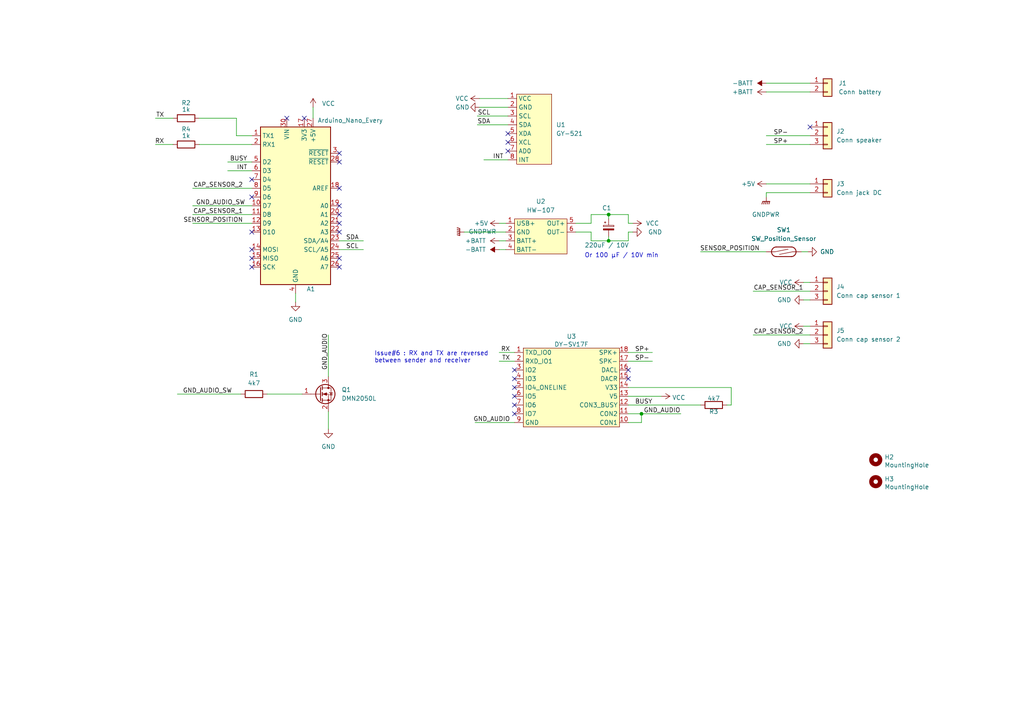
<source format=kicad_sch>
(kicad_sch (version 20211123) (generator eeschema)

  (uuid a4e28311-a86a-46a8-a7b3-67e66a0e4a1b)

  (paper "A4")

  (title_block
    (title "Boite à rire")
    (date "2021-08-10")
    (rev "v1.0")
    (company "Electrolab")
  )

  (lib_symbols
    (symbol "Connector_Generic:Conn_01x02" (pin_names (offset 1.016) hide) (in_bom yes) (on_board yes)
      (property "Reference" "J" (id 0) (at 0 2.54 0)
        (effects (font (size 1.27 1.27)))
      )
      (property "Value" "Conn_01x02" (id 1) (at 0 -5.08 0)
        (effects (font (size 1.27 1.27)))
      )
      (property "Footprint" "" (id 2) (at 0 0 0)
        (effects (font (size 1.27 1.27)) hide)
      )
      (property "Datasheet" "~" (id 3) (at 0 0 0)
        (effects (font (size 1.27 1.27)) hide)
      )
      (property "ki_keywords" "connector" (id 4) (at 0 0 0)
        (effects (font (size 1.27 1.27)) hide)
      )
      (property "ki_description" "Generic connector, single row, 01x02, script generated (kicad-library-utils/schlib/autogen/connector/)" (id 5) (at 0 0 0)
        (effects (font (size 1.27 1.27)) hide)
      )
      (property "ki_fp_filters" "Connector*:*_1x??_*" (id 6) (at 0 0 0)
        (effects (font (size 1.27 1.27)) hide)
      )
      (symbol "Conn_01x02_1_1"
        (rectangle (start -1.27 -2.413) (end 0 -2.667)
          (stroke (width 0.1524) (type default) (color 0 0 0 0))
          (fill (type none))
        )
        (rectangle (start -1.27 0.127) (end 0 -0.127)
          (stroke (width 0.1524) (type default) (color 0 0 0 0))
          (fill (type none))
        )
        (rectangle (start -1.27 1.27) (end 1.27 -3.81)
          (stroke (width 0.254) (type default) (color 0 0 0 0))
          (fill (type background))
        )
        (pin passive line (at -5.08 0 0) (length 3.81)
          (name "Pin_1" (effects (font (size 1.27 1.27))))
          (number "1" (effects (font (size 1.27 1.27))))
        )
        (pin passive line (at -5.08 -2.54 0) (length 3.81)
          (name "Pin_2" (effects (font (size 1.27 1.27))))
          (number "2" (effects (font (size 1.27 1.27))))
        )
      )
    )
    (symbol "Connector_Generic:Conn_01x03" (pin_names (offset 1.016) hide) (in_bom yes) (on_board yes)
      (property "Reference" "J" (id 0) (at 0 5.08 0)
        (effects (font (size 1.27 1.27)))
      )
      (property "Value" "Conn_01x03" (id 1) (at 0 -5.08 0)
        (effects (font (size 1.27 1.27)))
      )
      (property "Footprint" "" (id 2) (at 0 0 0)
        (effects (font (size 1.27 1.27)) hide)
      )
      (property "Datasheet" "~" (id 3) (at 0 0 0)
        (effects (font (size 1.27 1.27)) hide)
      )
      (property "ki_keywords" "connector" (id 4) (at 0 0 0)
        (effects (font (size 1.27 1.27)) hide)
      )
      (property "ki_description" "Generic connector, single row, 01x03, script generated (kicad-library-utils/schlib/autogen/connector/)" (id 5) (at 0 0 0)
        (effects (font (size 1.27 1.27)) hide)
      )
      (property "ki_fp_filters" "Connector*:*_1x??_*" (id 6) (at 0 0 0)
        (effects (font (size 1.27 1.27)) hide)
      )
      (symbol "Conn_01x03_1_1"
        (rectangle (start -1.27 -2.413) (end 0 -2.667)
          (stroke (width 0.1524) (type default) (color 0 0 0 0))
          (fill (type none))
        )
        (rectangle (start -1.27 0.127) (end 0 -0.127)
          (stroke (width 0.1524) (type default) (color 0 0 0 0))
          (fill (type none))
        )
        (rectangle (start -1.27 2.667) (end 0 2.413)
          (stroke (width 0.1524) (type default) (color 0 0 0 0))
          (fill (type none))
        )
        (rectangle (start -1.27 3.81) (end 1.27 -3.81)
          (stroke (width 0.254) (type default) (color 0 0 0 0))
          (fill (type background))
        )
        (pin passive line (at -5.08 2.54 0) (length 3.81)
          (name "Pin_1" (effects (font (size 1.27 1.27))))
          (number "1" (effects (font (size 1.27 1.27))))
        )
        (pin passive line (at -5.08 0 0) (length 3.81)
          (name "Pin_2" (effects (font (size 1.27 1.27))))
          (number "2" (effects (font (size 1.27 1.27))))
        )
        (pin passive line (at -5.08 -2.54 0) (length 3.81)
          (name "Pin_3" (effects (font (size 1.27 1.27))))
          (number "3" (effects (font (size 1.27 1.27))))
        )
      )
    )
    (symbol "Device:C_Polarized_Small" (pin_numbers hide) (pin_names (offset 0.254) hide) (in_bom yes) (on_board yes)
      (property "Reference" "C" (id 0) (at 0.254 1.778 0)
        (effects (font (size 1.27 1.27)) (justify left))
      )
      (property "Value" "C_Polarized_Small" (id 1) (at 0.254 -2.032 0)
        (effects (font (size 1.27 1.27)) (justify left))
      )
      (property "Footprint" "" (id 2) (at 0 0 0)
        (effects (font (size 1.27 1.27)) hide)
      )
      (property "Datasheet" "~" (id 3) (at 0 0 0)
        (effects (font (size 1.27 1.27)) hide)
      )
      (property "ki_keywords" "cap capacitor" (id 4) (at 0 0 0)
        (effects (font (size 1.27 1.27)) hide)
      )
      (property "ki_description" "Polarized capacitor, small symbol" (id 5) (at 0 0 0)
        (effects (font (size 1.27 1.27)) hide)
      )
      (property "ki_fp_filters" "CP_*" (id 6) (at 0 0 0)
        (effects (font (size 1.27 1.27)) hide)
      )
      (symbol "C_Polarized_Small_0_1"
        (rectangle (start -1.524 -0.3048) (end 1.524 -0.6858)
          (stroke (width 0) (type default) (color 0 0 0 0))
          (fill (type outline))
        )
        (rectangle (start -1.524 0.6858) (end 1.524 0.3048)
          (stroke (width 0) (type default) (color 0 0 0 0))
          (fill (type none))
        )
        (polyline
          (pts
            (xy -1.27 1.524)
            (xy -0.762 1.524)
          )
          (stroke (width 0) (type default) (color 0 0 0 0))
          (fill (type none))
        )
        (polyline
          (pts
            (xy -1.016 1.27)
            (xy -1.016 1.778)
          )
          (stroke (width 0) (type default) (color 0 0 0 0))
          (fill (type none))
        )
      )
      (symbol "C_Polarized_Small_1_1"
        (pin passive line (at 0 2.54 270) (length 1.8542)
          (name "~" (effects (font (size 1.27 1.27))))
          (number "1" (effects (font (size 1.27 1.27))))
        )
        (pin passive line (at 0 -2.54 90) (length 1.8542)
          (name "~" (effects (font (size 1.27 1.27))))
          (number "2" (effects (font (size 1.27 1.27))))
        )
      )
    )
    (symbol "Device:R" (pin_numbers hide) (pin_names (offset 0)) (in_bom yes) (on_board yes)
      (property "Reference" "R" (id 0) (at 2.032 0 90)
        (effects (font (size 1.27 1.27)))
      )
      (property "Value" "R" (id 1) (at 0 0 90)
        (effects (font (size 1.27 1.27)))
      )
      (property "Footprint" "" (id 2) (at -1.778 0 90)
        (effects (font (size 1.27 1.27)) hide)
      )
      (property "Datasheet" "~" (id 3) (at 0 0 0)
        (effects (font (size 1.27 1.27)) hide)
      )
      (property "ki_keywords" "R res resistor" (id 4) (at 0 0 0)
        (effects (font (size 1.27 1.27)) hide)
      )
      (property "ki_description" "Resistor" (id 5) (at 0 0 0)
        (effects (font (size 1.27 1.27)) hide)
      )
      (property "ki_fp_filters" "R_*" (id 6) (at 0 0 0)
        (effects (font (size 1.27 1.27)) hide)
      )
      (symbol "R_0_1"
        (rectangle (start -1.016 -2.54) (end 1.016 2.54)
          (stroke (width 0.254) (type default) (color 0 0 0 0))
          (fill (type none))
        )
      )
      (symbol "R_1_1"
        (pin passive line (at 0 3.81 270) (length 1.27)
          (name "~" (effects (font (size 1.27 1.27))))
          (number "1" (effects (font (size 1.27 1.27))))
        )
        (pin passive line (at 0 -3.81 90) (length 1.27)
          (name "~" (effects (font (size 1.27 1.27))))
          (number "2" (effects (font (size 1.27 1.27))))
        )
      )
    )
    (symbol "MCU_Module:Arduino_Nano_Every" (in_bom yes) (on_board yes)
      (property "Reference" "A" (id 0) (at -10.16 23.495 0)
        (effects (font (size 1.27 1.27)) (justify left bottom))
      )
      (property "Value" "Arduino_Nano_Every" (id 1) (at 5.08 -24.13 0)
        (effects (font (size 1.27 1.27)) (justify left top))
      )
      (property "Footprint" "Module:Arduino_Nano" (id 2) (at 0 0 0)
        (effects (font (size 1.27 1.27) italic) hide)
      )
      (property "Datasheet" "https://content.arduino.cc/assets/NANOEveryV3.0_sch.pdf" (id 3) (at 0 0 0)
        (effects (font (size 1.27 1.27)) hide)
      )
      (property "ki_keywords" "Arduino nano microcontroller module USB UPDI AATMega4809 AVR" (id 4) (at 0 0 0)
        (effects (font (size 1.27 1.27)) hide)
      )
      (property "ki_description" "Arduino Nano Every" (id 5) (at 0 0 0)
        (effects (font (size 1.27 1.27)) hide)
      )
      (property "ki_fp_filters" "Arduino*Nano*" (id 6) (at 0 0 0)
        (effects (font (size 1.27 1.27)) hide)
      )
      (symbol "Arduino_Nano_Every_0_1"
        (rectangle (start -10.16 22.86) (end 10.16 -22.86)
          (stroke (width 0.254) (type default) (color 0 0 0 0))
          (fill (type background))
        )
      )
      (symbol "Arduino_Nano_Every_1_1"
        (pin bidirectional line (at -12.7 20.32 0) (length 2.54)
          (name "TX1" (effects (font (size 1.27 1.27))))
          (number "1" (effects (font (size 1.27 1.27))))
        )
        (pin bidirectional line (at -12.7 0 0) (length 2.54)
          (name "D7" (effects (font (size 1.27 1.27))))
          (number "10" (effects (font (size 1.27 1.27))))
        )
        (pin bidirectional line (at -12.7 -2.54 0) (length 2.54)
          (name "D8" (effects (font (size 1.27 1.27))))
          (number "11" (effects (font (size 1.27 1.27))))
        )
        (pin bidirectional line (at -12.7 -5.08 0) (length 2.54)
          (name "D9" (effects (font (size 1.27 1.27))))
          (number "12" (effects (font (size 1.27 1.27))))
        )
        (pin bidirectional line (at -12.7 -7.62 0) (length 2.54)
          (name "D10" (effects (font (size 1.27 1.27))))
          (number "13" (effects (font (size 1.27 1.27))))
        )
        (pin bidirectional line (at -12.7 -12.7 0) (length 2.54)
          (name "MOSI" (effects (font (size 1.27 1.27))))
          (number "14" (effects (font (size 1.27 1.27))))
        )
        (pin bidirectional line (at -12.7 -15.24 0) (length 2.54)
          (name "MISO" (effects (font (size 1.27 1.27))))
          (number "15" (effects (font (size 1.27 1.27))))
        )
        (pin bidirectional line (at -12.7 -17.78 0) (length 2.54)
          (name "SCK" (effects (font (size 1.27 1.27))))
          (number "16" (effects (font (size 1.27 1.27))))
        )
        (pin power_out line (at 2.54 25.4 270) (length 2.54)
          (name "3V3" (effects (font (size 1.27 1.27))))
          (number "17" (effects (font (size 1.27 1.27))))
        )
        (pin input line (at 12.7 5.08 180) (length 2.54)
          (name "AREF" (effects (font (size 1.27 1.27))))
          (number "18" (effects (font (size 1.27 1.27))))
        )
        (pin bidirectional line (at 12.7 0 180) (length 2.54)
          (name "A0" (effects (font (size 1.27 1.27))))
          (number "19" (effects (font (size 1.27 1.27))))
        )
        (pin bidirectional line (at -12.7 17.78 0) (length 2.54)
          (name "RX1" (effects (font (size 1.27 1.27))))
          (number "2" (effects (font (size 1.27 1.27))))
        )
        (pin bidirectional line (at 12.7 -2.54 180) (length 2.54)
          (name "A1" (effects (font (size 1.27 1.27))))
          (number "20" (effects (font (size 1.27 1.27))))
        )
        (pin bidirectional line (at 12.7 -5.08 180) (length 2.54)
          (name "A2" (effects (font (size 1.27 1.27))))
          (number "21" (effects (font (size 1.27 1.27))))
        )
        (pin bidirectional line (at 12.7 -7.62 180) (length 2.54)
          (name "A3" (effects (font (size 1.27 1.27))))
          (number "22" (effects (font (size 1.27 1.27))))
        )
        (pin bidirectional line (at 12.7 -10.16 180) (length 2.54)
          (name "SDA/A4" (effects (font (size 1.27 1.27))))
          (number "23" (effects (font (size 1.27 1.27))))
        )
        (pin bidirectional line (at 12.7 -12.7 180) (length 2.54)
          (name "SCL/A5" (effects (font (size 1.27 1.27))))
          (number "24" (effects (font (size 1.27 1.27))))
        )
        (pin bidirectional line (at 12.7 -15.24 180) (length 2.54)
          (name "A6" (effects (font (size 1.27 1.27))))
          (number "25" (effects (font (size 1.27 1.27))))
        )
        (pin bidirectional line (at 12.7 -17.78 180) (length 2.54)
          (name "A7" (effects (font (size 1.27 1.27))))
          (number "26" (effects (font (size 1.27 1.27))))
        )
        (pin power_out line (at 5.08 25.4 270) (length 2.54)
          (name "+5V" (effects (font (size 1.27 1.27))))
          (number "27" (effects (font (size 1.27 1.27))))
        )
        (pin input line (at 12.7 12.7 180) (length 2.54)
          (name "~{RESET}" (effects (font (size 1.27 1.27))))
          (number "28" (effects (font (size 1.27 1.27))))
        )
        (pin passive line (at 0 -25.4 90) (length 2.54) hide
          (name "GND" (effects (font (size 1.27 1.27))))
          (number "29" (effects (font (size 1.27 1.27))))
        )
        (pin input line (at 12.7 15.24 180) (length 2.54)
          (name "~{RESET}" (effects (font (size 1.27 1.27))))
          (number "3" (effects (font (size 1.27 1.27))))
        )
        (pin power_in line (at -2.54 25.4 270) (length 2.54)
          (name "VIN" (effects (font (size 1.27 1.27))))
          (number "30" (effects (font (size 1.27 1.27))))
        )
        (pin power_in line (at 0 -25.4 90) (length 2.54)
          (name "GND" (effects (font (size 1.27 1.27))))
          (number "4" (effects (font (size 1.27 1.27))))
        )
        (pin bidirectional line (at -12.7 12.7 0) (length 2.54)
          (name "D2" (effects (font (size 1.27 1.27))))
          (number "5" (effects (font (size 1.27 1.27))))
        )
        (pin bidirectional line (at -12.7 10.16 0) (length 2.54)
          (name "D3" (effects (font (size 1.27 1.27))))
          (number "6" (effects (font (size 1.27 1.27))))
        )
        (pin bidirectional line (at -12.7 7.62 0) (length 2.54)
          (name "D4" (effects (font (size 1.27 1.27))))
          (number "7" (effects (font (size 1.27 1.27))))
        )
        (pin bidirectional line (at -12.7 5.08 0) (length 2.54)
          (name "D5" (effects (font (size 1.27 1.27))))
          (number "8" (effects (font (size 1.27 1.27))))
        )
        (pin bidirectional line (at -12.7 2.54 0) (length 2.54)
          (name "D6" (effects (font (size 1.27 1.27))))
          (number "9" (effects (font (size 1.27 1.27))))
        )
      )
    )
    (symbol "Mechanical:MountingHole" (pin_names (offset 1.016)) (in_bom yes) (on_board yes)
      (property "Reference" "H" (id 0) (at 0 5.08 0)
        (effects (font (size 1.27 1.27)))
      )
      (property "Value" "MountingHole" (id 1) (at 0 3.175 0)
        (effects (font (size 1.27 1.27)))
      )
      (property "Footprint" "" (id 2) (at 0 0 0)
        (effects (font (size 1.27 1.27)) hide)
      )
      (property "Datasheet" "~" (id 3) (at 0 0 0)
        (effects (font (size 1.27 1.27)) hide)
      )
      (property "ki_keywords" "mounting hole" (id 4) (at 0 0 0)
        (effects (font (size 1.27 1.27)) hide)
      )
      (property "ki_description" "Mounting Hole without connection" (id 5) (at 0 0 0)
        (effects (font (size 1.27 1.27)) hide)
      )
      (property "ki_fp_filters" "MountingHole*" (id 6) (at 0 0 0)
        (effects (font (size 1.27 1.27)) hide)
      )
      (symbol "MountingHole_0_1"
        (circle (center 0 0) (radius 1.27)
          (stroke (width 1.27) (type default) (color 0 0 0 0))
          (fill (type none))
        )
      )
    )
    (symbol "Switch:SW_Reed" (pin_numbers hide) (pin_names (offset 0) hide) (in_bom yes) (on_board yes)
      (property "Reference" "SW" (id 0) (at 0 2.54 0)
        (effects (font (size 1.27 1.27)))
      )
      (property "Value" "SW_Reed" (id 1) (at 0 -2.54 0)
        (effects (font (size 1.27 1.27)))
      )
      (property "Footprint" "" (id 2) (at 0 0 0)
        (effects (font (size 1.27 1.27)) hide)
      )
      (property "Datasheet" "~" (id 3) (at 0 0 0)
        (effects (font (size 1.27 1.27)) hide)
      )
      (property "ki_keywords" "reed magnetic switch" (id 4) (at 0 0 0)
        (effects (font (size 1.27 1.27)) hide)
      )
      (property "ki_description" "reed switch" (id 5) (at 0 0 0)
        (effects (font (size 1.27 1.27)) hide)
      )
      (symbol "SW_Reed_0_0"
        (arc (start -2.159 1.397) (mid -3.556 0) (end -2.159 -1.397)
          (stroke (width 0.254) (type default) (color 0 0 0 0))
          (fill (type none))
        )
        (polyline
          (pts
            (xy -2.54 0)
            (xy 1.27 0.762)
          )
          (stroke (width 0) (type default) (color 0 0 0 0))
          (fill (type none))
        )
        (polyline
          (pts
            (xy -2.159 -1.397)
            (xy 2.286 -1.397)
          )
          (stroke (width 0.254) (type default) (color 0 0 0 0))
          (fill (type none))
        )
        (polyline
          (pts
            (xy 2.159 1.397)
            (xy -2.159 1.397)
          )
          (stroke (width 0.254) (type default) (color 0 0 0 0))
          (fill (type none))
        )
        (polyline
          (pts
            (xy 2.54 0)
            (xy -1.27 -0.762)
          )
          (stroke (width 0) (type default) (color 0 0 0 0))
          (fill (type none))
        )
        (arc (start 2.159 -1.397) (mid 3.556 0) (end 2.159 1.397)
          (stroke (width 0.254) (type default) (color 0 0 0 0))
          (fill (type none))
        )
      )
      (symbol "SW_Reed_1_1"
        (pin passive line (at -5.08 0 0) (length 2.54)
          (name "1" (effects (font (size 1.27 1.27))))
          (number "1" (effects (font (size 1.27 1.27))))
        )
        (pin passive line (at 5.08 0 180) (length 2.54)
          (name "2" (effects (font (size 1.27 1.27))))
          (number "2" (effects (font (size 1.27 1.27))))
        )
      )
    )
    (symbol "Transistor_FET:DMN2050L" (pin_names hide) (in_bom yes) (on_board yes)
      (property "Reference" "Q" (id 0) (at 5.08 1.905 0)
        (effects (font (size 1.27 1.27)) (justify left))
      )
      (property "Value" "DMN2050L" (id 1) (at 5.08 0 0)
        (effects (font (size 1.27 1.27)) (justify left))
      )
      (property "Footprint" "Package_TO_SOT_SMD:SOT-23" (id 2) (at 5.08 -1.905 0)
        (effects (font (size 1.27 1.27) italic) (justify left) hide)
      )
      (property "Datasheet" "http://www.diodes.com/assets/Datasheets/ds31502.pdf" (id 3) (at 0 0 0)
        (effects (font (size 1.27 1.27)) (justify left) hide)
      )
      (property "ki_keywords" "N-Channel MOSFET" (id 4) (at 0 0 0)
        (effects (font (size 1.27 1.27)) hide)
      )
      (property "ki_description" "5.9A Id, 20V Vds, N-Channel MOSFET, SOT-23" (id 5) (at 0 0 0)
        (effects (font (size 1.27 1.27)) hide)
      )
      (property "ki_fp_filters" "SOT?23*" (id 6) (at 0 0 0)
        (effects (font (size 1.27 1.27)) hide)
      )
      (symbol "DMN2050L_0_1"
        (polyline
          (pts
            (xy 0.254 0)
            (xy -2.54 0)
          )
          (stroke (width 0) (type default) (color 0 0 0 0))
          (fill (type none))
        )
        (polyline
          (pts
            (xy 0.254 1.905)
            (xy 0.254 -1.905)
          )
          (stroke (width 0.254) (type default) (color 0 0 0 0))
          (fill (type none))
        )
        (polyline
          (pts
            (xy 0.762 -1.27)
            (xy 0.762 -2.286)
          )
          (stroke (width 0.254) (type default) (color 0 0 0 0))
          (fill (type none))
        )
        (polyline
          (pts
            (xy 0.762 0.508)
            (xy 0.762 -0.508)
          )
          (stroke (width 0.254) (type default) (color 0 0 0 0))
          (fill (type none))
        )
        (polyline
          (pts
            (xy 0.762 2.286)
            (xy 0.762 1.27)
          )
          (stroke (width 0.254) (type default) (color 0 0 0 0))
          (fill (type none))
        )
        (polyline
          (pts
            (xy 2.54 2.54)
            (xy 2.54 1.778)
          )
          (stroke (width 0) (type default) (color 0 0 0 0))
          (fill (type none))
        )
        (polyline
          (pts
            (xy 2.54 -2.54)
            (xy 2.54 0)
            (xy 0.762 0)
          )
          (stroke (width 0) (type default) (color 0 0 0 0))
          (fill (type none))
        )
        (polyline
          (pts
            (xy 0.762 -1.778)
            (xy 3.302 -1.778)
            (xy 3.302 1.778)
            (xy 0.762 1.778)
          )
          (stroke (width 0) (type default) (color 0 0 0 0))
          (fill (type none))
        )
        (polyline
          (pts
            (xy 1.016 0)
            (xy 2.032 0.381)
            (xy 2.032 -0.381)
            (xy 1.016 0)
          )
          (stroke (width 0) (type default) (color 0 0 0 0))
          (fill (type outline))
        )
        (polyline
          (pts
            (xy 2.794 0.508)
            (xy 2.921 0.381)
            (xy 3.683 0.381)
            (xy 3.81 0.254)
          )
          (stroke (width 0) (type default) (color 0 0 0 0))
          (fill (type none))
        )
        (polyline
          (pts
            (xy 3.302 0.381)
            (xy 2.921 -0.254)
            (xy 3.683 -0.254)
            (xy 3.302 0.381)
          )
          (stroke (width 0) (type default) (color 0 0 0 0))
          (fill (type none))
        )
        (circle (center 1.651 0) (radius 2.794)
          (stroke (width 0.254) (type default) (color 0 0 0 0))
          (fill (type none))
        )
        (circle (center 2.54 -1.778) (radius 0.254)
          (stroke (width 0) (type default) (color 0 0 0 0))
          (fill (type outline))
        )
        (circle (center 2.54 1.778) (radius 0.254)
          (stroke (width 0) (type default) (color 0 0 0 0))
          (fill (type outline))
        )
      )
      (symbol "DMN2050L_1_1"
        (pin input line (at -5.08 0 0) (length 2.54)
          (name "G" (effects (font (size 1.27 1.27))))
          (number "1" (effects (font (size 1.27 1.27))))
        )
        (pin passive line (at 2.54 -5.08 90) (length 2.54)
          (name "S" (effects (font (size 1.27 1.27))))
          (number "2" (effects (font (size 1.27 1.27))))
        )
        (pin passive line (at 2.54 5.08 270) (length 2.54)
          (name "D" (effects (font (size 1.27 1.27))))
          (number "3" (effects (font (size 1.27 1.27))))
        )
      )
    )
    (symbol "boitarire_lib:DY-SV17F" (in_bom yes) (on_board yes)
      (property "Reference" "U" (id 0) (at 0 -22.86 0)
        (effects (font (size 1.27 1.27)))
      )
      (property "Value" "DY-SV17F" (id 1) (at 0 2.54 0)
        (effects (font (size 1.27 1.27)))
      )
      (property "Footprint" "" (id 2) (at 0 0 0)
        (effects (font (size 1.27 1.27)) hide)
      )
      (property "Datasheet" "" (id 3) (at 0 0 0)
        (effects (font (size 1.27 1.27)) hide)
      )
      (symbol "DY-SV17F_0_0"
        (pin bidirectional line (at -16.51 0 0) (length 2.54)
          (name "TXD_IO0" (effects (font (size 1.27 1.27))))
          (number "1" (effects (font (size 1.27 1.27))))
        )
        (pin input line (at 16.51 -20.32 180) (length 2.54)
          (name "CON1" (effects (font (size 1.27 1.27))))
          (number "10" (effects (font (size 1.27 1.27))))
        )
        (pin input line (at 16.51 -17.78 180) (length 2.54)
          (name "CON2" (effects (font (size 1.27 1.27))))
          (number "11" (effects (font (size 1.27 1.27))))
        )
        (pin input line (at 16.51 -15.24 180) (length 2.54)
          (name "CON3_BUSY" (effects (font (size 1.27 1.27))))
          (number "12" (effects (font (size 1.27 1.27))))
        )
        (pin power_in line (at 16.51 -12.7 180) (length 2.54)
          (name "V5" (effects (font (size 1.27 1.27))))
          (number "13" (effects (font (size 1.27 1.27))))
        )
        (pin power_out line (at 16.51 -10.16 180) (length 2.54)
          (name "V33" (effects (font (size 1.27 1.27))))
          (number "14" (effects (font (size 1.27 1.27))))
        )
        (pin output line (at 16.51 -7.62 180) (length 2.54)
          (name "DACR" (effects (font (size 1.27 1.27))))
          (number "15" (effects (font (size 1.27 1.27))))
        )
        (pin output line (at 16.51 -5.08 180) (length 2.54)
          (name "DACL" (effects (font (size 1.27 1.27))))
          (number "16" (effects (font (size 1.27 1.27))))
        )
        (pin output line (at 16.51 -2.54 180) (length 2.54)
          (name "SPK-" (effects (font (size 1.27 1.27))))
          (number "17" (effects (font (size 1.27 1.27))))
        )
        (pin output line (at 16.51 0 180) (length 2.54)
          (name "SPK+" (effects (font (size 1.27 1.27))))
          (number "18" (effects (font (size 1.27 1.27))))
        )
        (pin bidirectional line (at -16.51 -2.54 0) (length 2.54)
          (name "RXD_IO1" (effects (font (size 1.27 1.27))))
          (number "2" (effects (font (size 1.27 1.27))))
        )
        (pin bidirectional line (at -16.51 -5.08 0) (length 2.54)
          (name "IO2" (effects (font (size 1.27 1.27))))
          (number "3" (effects (font (size 1.27 1.27))))
        )
        (pin bidirectional line (at -16.51 -7.62 0) (length 2.54)
          (name "IO3" (effects (font (size 1.27 1.27))))
          (number "4" (effects (font (size 1.27 1.27))))
        )
        (pin bidirectional line (at -16.51 -10.16 0) (length 2.54)
          (name "IO4_ONELINE" (effects (font (size 1.27 1.27))))
          (number "5" (effects (font (size 1.27 1.27))))
        )
        (pin bidirectional line (at -16.51 -12.7 0) (length 2.54)
          (name "IO5" (effects (font (size 1.27 1.27))))
          (number "6" (effects (font (size 1.27 1.27))))
        )
        (pin bidirectional line (at -16.51 -15.24 0) (length 2.54)
          (name "IO6" (effects (font (size 1.27 1.27))))
          (number "7" (effects (font (size 1.27 1.27))))
        )
        (pin bidirectional line (at -16.51 -17.78 0) (length 2.54)
          (name "IO7" (effects (font (size 1.27 1.27))))
          (number "8" (effects (font (size 1.27 1.27))))
        )
        (pin passive line (at -16.51 -20.32 0) (length 2.54)
          (name "GND" (effects (font (size 1.27 1.27))))
          (number "9" (effects (font (size 1.27 1.27))))
        )
      )
      (symbol "DY-SV17F_0_1"
        (rectangle (start -13.97 1.27) (end 13.97 -21.59)
          (stroke (width 0.1524) (type default) (color 0 0 0 0))
          (fill (type background))
        )
      )
    )
    (symbol "boitarire_lib:GY-521" (in_bom yes) (on_board yes)
      (property "Reference" "U" (id 0) (at 0 -20.32 0)
        (effects (font (size 1.27 1.27)))
      )
      (property "Value" "GY-521" (id 1) (at 0 2.54 0)
        (effects (font (size 1.27 1.27)))
      )
      (property "Footprint" "" (id 2) (at -7.62 0 0)
        (effects (font (size 1.27 1.27)) hide)
      )
      (property "Datasheet" "" (id 3) (at -7.62 0 0)
        (effects (font (size 1.27 1.27)) hide)
      )
      (symbol "GY-521_0_0"
        (pin power_in line (at -7.62 0 0) (length 2.54)
          (name "VCC" (effects (font (size 1.27 1.27))))
          (number "1" (effects (font (size 1.27 1.27))))
        )
        (pin passive line (at -7.62 -2.54 0) (length 2.54)
          (name "GND" (effects (font (size 1.27 1.27))))
          (number "2" (effects (font (size 1.27 1.27))))
        )
        (pin tri_state line (at -7.62 -5.08 0) (length 2.54)
          (name "SCL" (effects (font (size 1.27 1.27))))
          (number "3" (effects (font (size 1.27 1.27))))
        )
        (pin tri_state line (at -7.62 -7.62 0) (length 2.54)
          (name "SDA" (effects (font (size 1.27 1.27))))
          (number "4" (effects (font (size 1.27 1.27))))
        )
        (pin passive line (at -7.62 -10.16 0) (length 2.54)
          (name "XDA" (effects (font (size 1.27 1.27))))
          (number "5" (effects (font (size 1.27 1.27))))
        )
        (pin passive line (at -7.62 -12.7 0) (length 2.54)
          (name "XCL" (effects (font (size 1.27 1.27))))
          (number "6" (effects (font (size 1.27 1.27))))
        )
        (pin passive line (at -7.62 -15.24 0) (length 2.54)
          (name "AD0" (effects (font (size 1.27 1.27))))
          (number "7" (effects (font (size 1.27 1.27))))
        )
        (pin open_collector line (at -7.62 -17.78 0) (length 2.54)
          (name "INT" (effects (font (size 1.27 1.27))))
          (number "8" (effects (font (size 1.27 1.27))))
        )
      )
      (symbol "GY-521_0_1"
        (rectangle (start -5.08 1.27) (end 5.08 -19.05)
          (stroke (width 0.1524) (type default) (color 0 0 0 0))
          (fill (type background))
        )
      )
    )
    (symbol "boitarire_lib:HW-107" (in_bom yes) (on_board yes)
      (property "Reference" "U" (id 0) (at 0 -10.16 0)
        (effects (font (size 1.27 1.27)))
      )
      (property "Value" "HW-107" (id 1) (at 0 2.54 0)
        (effects (font (size 1.27 1.27)))
      )
      (property "Footprint" "" (id 2) (at 0 0 0)
        (effects (font (size 1.27 1.27)) hide)
      )
      (property "Datasheet" "" (id 3) (at 0 0 0)
        (effects (font (size 1.27 1.27)) hide)
      )
      (symbol "HW-107_0_0"
        (pin power_in line (at -10.16 0 0) (length 2.54)
          (name "USB+" (effects (font (size 1.27 1.27))))
          (number "1" (effects (font (size 1.27 1.27))))
        )
        (pin passive line (at -10.16 -2.54 0) (length 2.54)
          (name "GND" (effects (font (size 1.27 1.27))))
          (number "2" (effects (font (size 1.27 1.27))))
        )
        (pin power_in line (at -10.16 -5.08 0) (length 2.54)
          (name "BATT+" (effects (font (size 1.27 1.27))))
          (number "3" (effects (font (size 1.27 1.27))))
        )
        (pin passive line (at -10.16 -7.62 0) (length 2.54)
          (name "BATT-" (effects (font (size 1.27 1.27))))
          (number "4" (effects (font (size 1.27 1.27))))
        )
        (pin power_out line (at 10.16 0 180) (length 2.54)
          (name "OUT+" (effects (font (size 1.27 1.27))))
          (number "5" (effects (font (size 1.27 1.27))))
        )
        (pin passive line (at 10.16 -2.54 180) (length 2.54)
          (name "OUT-" (effects (font (size 1.27 1.27))))
          (number "6" (effects (font (size 1.27 1.27))))
        )
      )
      (symbol "HW-107_0_1"
        (rectangle (start -7.62 1.27) (end 7.62 -8.89)
          (stroke (width 0.1524) (type default) (color 0 0 0 0))
          (fill (type background))
        )
      )
    )
    (symbol "power:+5V" (power) (pin_names (offset 0)) (in_bom yes) (on_board yes)
      (property "Reference" "#PWR" (id 0) (at 0 -3.81 0)
        (effects (font (size 1.27 1.27)) hide)
      )
      (property "Value" "+5V" (id 1) (at 0 3.556 0)
        (effects (font (size 1.27 1.27)))
      )
      (property "Footprint" "" (id 2) (at 0 0 0)
        (effects (font (size 1.27 1.27)) hide)
      )
      (property "Datasheet" "" (id 3) (at 0 0 0)
        (effects (font (size 1.27 1.27)) hide)
      )
      (property "ki_keywords" "power-flag" (id 4) (at 0 0 0)
        (effects (font (size 1.27 1.27)) hide)
      )
      (property "ki_description" "Power symbol creates a global label with name \"+5V\"" (id 5) (at 0 0 0)
        (effects (font (size 1.27 1.27)) hide)
      )
      (symbol "+5V_0_1"
        (polyline
          (pts
            (xy -0.762 1.27)
            (xy 0 2.54)
          )
          (stroke (width 0) (type default) (color 0 0 0 0))
          (fill (type none))
        )
        (polyline
          (pts
            (xy 0 0)
            (xy 0 2.54)
          )
          (stroke (width 0) (type default) (color 0 0 0 0))
          (fill (type none))
        )
        (polyline
          (pts
            (xy 0 2.54)
            (xy 0.762 1.27)
          )
          (stroke (width 0) (type default) (color 0 0 0 0))
          (fill (type none))
        )
      )
      (symbol "+5V_1_1"
        (pin power_in line (at 0 0 90) (length 0) hide
          (name "+5V" (effects (font (size 1.27 1.27))))
          (number "1" (effects (font (size 1.27 1.27))))
        )
      )
    )
    (symbol "power:+BATT" (power) (pin_names (offset 0)) (in_bom yes) (on_board yes)
      (property "Reference" "#PWR" (id 0) (at 0 -3.81 0)
        (effects (font (size 1.27 1.27)) hide)
      )
      (property "Value" "+BATT" (id 1) (at 0 3.556 0)
        (effects (font (size 1.27 1.27)))
      )
      (property "Footprint" "" (id 2) (at 0 0 0)
        (effects (font (size 1.27 1.27)) hide)
      )
      (property "Datasheet" "" (id 3) (at 0 0 0)
        (effects (font (size 1.27 1.27)) hide)
      )
      (property "ki_keywords" "power-flag battery" (id 4) (at 0 0 0)
        (effects (font (size 1.27 1.27)) hide)
      )
      (property "ki_description" "Power symbol creates a global label with name \"+BATT\"" (id 5) (at 0 0 0)
        (effects (font (size 1.27 1.27)) hide)
      )
      (symbol "+BATT_0_1"
        (polyline
          (pts
            (xy -0.762 1.27)
            (xy 0 2.54)
          )
          (stroke (width 0) (type default) (color 0 0 0 0))
          (fill (type none))
        )
        (polyline
          (pts
            (xy 0 0)
            (xy 0 2.54)
          )
          (stroke (width 0) (type default) (color 0 0 0 0))
          (fill (type none))
        )
        (polyline
          (pts
            (xy 0 2.54)
            (xy 0.762 1.27)
          )
          (stroke (width 0) (type default) (color 0 0 0 0))
          (fill (type none))
        )
      )
      (symbol "+BATT_1_1"
        (pin power_in line (at 0 0 90) (length 0) hide
          (name "+BATT" (effects (font (size 1.27 1.27))))
          (number "1" (effects (font (size 1.27 1.27))))
        )
      )
    )
    (symbol "power:-BATT" (power) (pin_names (offset 0)) (in_bom yes) (on_board yes)
      (property "Reference" "#PWR" (id 0) (at 0 -3.81 0)
        (effects (font (size 1.27 1.27)) hide)
      )
      (property "Value" "-BATT" (id 1) (at 0 3.556 0)
        (effects (font (size 1.27 1.27)))
      )
      (property "Footprint" "" (id 2) (at 0 0 0)
        (effects (font (size 1.27 1.27)) hide)
      )
      (property "Datasheet" "" (id 3) (at 0 0 0)
        (effects (font (size 1.27 1.27)) hide)
      )
      (property "ki_keywords" "power-flag battery" (id 4) (at 0 0 0)
        (effects (font (size 1.27 1.27)) hide)
      )
      (property "ki_description" "Power symbol creates a global label with name \"-BATT\"" (id 5) (at 0 0 0)
        (effects (font (size 1.27 1.27)) hide)
      )
      (symbol "-BATT_0_1"
        (polyline
          (pts
            (xy 0 0)
            (xy 0 2.54)
          )
          (stroke (width 0) (type default) (color 0 0 0 0))
          (fill (type none))
        )
        (polyline
          (pts
            (xy 0.762 1.27)
            (xy -0.762 1.27)
            (xy 0 2.54)
            (xy 0.762 1.27)
          )
          (stroke (width 0) (type default) (color 0 0 0 0))
          (fill (type outline))
        )
      )
      (symbol "-BATT_1_1"
        (pin power_in line (at 0 0 90) (length 0) hide
          (name "-BATT" (effects (font (size 1.27 1.27))))
          (number "1" (effects (font (size 1.27 1.27))))
        )
      )
    )
    (symbol "power:GND" (power) (pin_names (offset 0)) (in_bom yes) (on_board yes)
      (property "Reference" "#PWR" (id 0) (at 0 -6.35 0)
        (effects (font (size 1.27 1.27)) hide)
      )
      (property "Value" "GND" (id 1) (at 0 -3.81 0)
        (effects (font (size 1.27 1.27)))
      )
      (property "Footprint" "" (id 2) (at 0 0 0)
        (effects (font (size 1.27 1.27)) hide)
      )
      (property "Datasheet" "" (id 3) (at 0 0 0)
        (effects (font (size 1.27 1.27)) hide)
      )
      (property "ki_keywords" "power-flag" (id 4) (at 0 0 0)
        (effects (font (size 1.27 1.27)) hide)
      )
      (property "ki_description" "Power symbol creates a global label with name \"GND\" , ground" (id 5) (at 0 0 0)
        (effects (font (size 1.27 1.27)) hide)
      )
      (symbol "GND_0_1"
        (polyline
          (pts
            (xy 0 0)
            (xy 0 -1.27)
            (xy 1.27 -1.27)
            (xy 0 -2.54)
            (xy -1.27 -1.27)
            (xy 0 -1.27)
          )
          (stroke (width 0) (type default) (color 0 0 0 0))
          (fill (type none))
        )
      )
      (symbol "GND_1_1"
        (pin power_in line (at 0 0 270) (length 0) hide
          (name "GND" (effects (font (size 1.27 1.27))))
          (number "1" (effects (font (size 1.27 1.27))))
        )
      )
    )
    (symbol "power:GNDPWR" (power) (pin_names (offset 0)) (in_bom yes) (on_board yes)
      (property "Reference" "#PWR" (id 0) (at 0 -5.08 0)
        (effects (font (size 1.27 1.27)) hide)
      )
      (property "Value" "GNDPWR" (id 1) (at 0 -3.302 0)
        (effects (font (size 1.27 1.27)))
      )
      (property "Footprint" "" (id 2) (at 0 -1.27 0)
        (effects (font (size 1.27 1.27)) hide)
      )
      (property "Datasheet" "" (id 3) (at 0 -1.27 0)
        (effects (font (size 1.27 1.27)) hide)
      )
      (property "ki_keywords" "power-flag" (id 4) (at 0 0 0)
        (effects (font (size 1.27 1.27)) hide)
      )
      (property "ki_description" "Power symbol creates a global label with name \"GNDPWR\" , power ground" (id 5) (at 0 0 0)
        (effects (font (size 1.27 1.27)) hide)
      )
      (symbol "GNDPWR_0_1"
        (polyline
          (pts
            (xy 0 -1.27)
            (xy 0 0)
          )
          (stroke (width 0) (type default) (color 0 0 0 0))
          (fill (type none))
        )
        (polyline
          (pts
            (xy -1.016 -1.27)
            (xy -1.27 -2.032)
            (xy -1.27 -2.032)
          )
          (stroke (width 0.2032) (type default) (color 0 0 0 0))
          (fill (type none))
        )
        (polyline
          (pts
            (xy -0.508 -1.27)
            (xy -0.762 -2.032)
            (xy -0.762 -2.032)
          )
          (stroke (width 0.2032) (type default) (color 0 0 0 0))
          (fill (type none))
        )
        (polyline
          (pts
            (xy 0 -1.27)
            (xy -0.254 -2.032)
            (xy -0.254 -2.032)
          )
          (stroke (width 0.2032) (type default) (color 0 0 0 0))
          (fill (type none))
        )
        (polyline
          (pts
            (xy 0.508 -1.27)
            (xy 0.254 -2.032)
            (xy 0.254 -2.032)
          )
          (stroke (width 0.2032) (type default) (color 0 0 0 0))
          (fill (type none))
        )
        (polyline
          (pts
            (xy 1.016 -1.27)
            (xy -1.016 -1.27)
            (xy -1.016 -1.27)
          )
          (stroke (width 0.2032) (type default) (color 0 0 0 0))
          (fill (type none))
        )
        (polyline
          (pts
            (xy 1.016 -1.27)
            (xy 0.762 -2.032)
            (xy 0.762 -2.032)
            (xy 0.762 -2.032)
          )
          (stroke (width 0.2032) (type default) (color 0 0 0 0))
          (fill (type none))
        )
      )
      (symbol "GNDPWR_1_1"
        (pin power_in line (at 0 0 270) (length 0) hide
          (name "GNDPWR" (effects (font (size 1.27 1.27))))
          (number "1" (effects (font (size 1.27 1.27))))
        )
      )
    )
    (symbol "power:VCC" (power) (pin_names (offset 0)) (in_bom yes) (on_board yes)
      (property "Reference" "#PWR" (id 0) (at 0 -3.81 0)
        (effects (font (size 1.27 1.27)) hide)
      )
      (property "Value" "VCC" (id 1) (at 0 3.81 0)
        (effects (font (size 1.27 1.27)))
      )
      (property "Footprint" "" (id 2) (at 0 0 0)
        (effects (font (size 1.27 1.27)) hide)
      )
      (property "Datasheet" "" (id 3) (at 0 0 0)
        (effects (font (size 1.27 1.27)) hide)
      )
      (property "ki_keywords" "power-flag" (id 4) (at 0 0 0)
        (effects (font (size 1.27 1.27)) hide)
      )
      (property "ki_description" "Power symbol creates a global label with name \"VCC\"" (id 5) (at 0 0 0)
        (effects (font (size 1.27 1.27)) hide)
      )
      (symbol "VCC_0_1"
        (polyline
          (pts
            (xy -0.762 1.27)
            (xy 0 2.54)
          )
          (stroke (width 0) (type default) (color 0 0 0 0))
          (fill (type none))
        )
        (polyline
          (pts
            (xy 0 0)
            (xy 0 2.54)
          )
          (stroke (width 0) (type default) (color 0 0 0 0))
          (fill (type none))
        )
        (polyline
          (pts
            (xy 0 2.54)
            (xy 0.762 1.27)
          )
          (stroke (width 0) (type default) (color 0 0 0 0))
          (fill (type none))
        )
      )
      (symbol "VCC_1_1"
        (pin power_in line (at 0 0 90) (length 0) hide
          (name "VCC" (effects (font (size 1.27 1.27))))
          (number "1" (effects (font (size 1.27 1.27))))
        )
      )
    )
  )

  (junction (at 176.53 69.85) (diameter 0.9144) (color 0 0 0 0)
    (uuid 68877d35-b796-44db-9124-b8e744e7412e)
  )
  (junction (at 186.055 120.015) (diameter 0.9144) (color 0 0 0 0)
    (uuid b96fe6ac-3535-4455-ab88-ed77f5e46d6e)
  )
  (junction (at 176.53 62.23) (diameter 0.9144) (color 0 0 0 0)
    (uuid c332fa55-4168-4f55-88a5-f82c7c21040b)
  )

  (no_connect (at 149.225 107.315) (uuid 33cc8001-788d-4113-aaf3-5debf408e905))
  (no_connect (at 149.225 109.855) (uuid 33cc8001-788d-4113-aaf3-5debf408e906))
  (no_connect (at 149.225 112.395) (uuid 33cc8001-788d-4113-aaf3-5debf408e907))
  (no_connect (at 149.225 114.935) (uuid 33cc8001-788d-4113-aaf3-5debf408e908))
  (no_connect (at 149.225 117.475) (uuid 33cc8001-788d-4113-aaf3-5debf408e909))
  (no_connect (at 149.225 120.015) (uuid 33cc8001-788d-4113-aaf3-5debf408e90a))
  (no_connect (at 182.245 107.315) (uuid 33cc8001-788d-4113-aaf3-5debf408e90b))
  (no_connect (at 182.245 109.855) (uuid 33cc8001-788d-4113-aaf3-5debf408e90c))
  (no_connect (at 98.425 54.61) (uuid 76949eab-eb9f-46f5-8f27-0eb9eac6fb91))
  (no_connect (at 88.265 34.29) (uuid 8aff41e1-8e9f-4d0a-86aa-a6a1e18e190b))
  (no_connect (at 98.425 44.45) (uuid 8b8b8863-032b-4ccc-8f2e-ac11a3ef7540))
  (no_connect (at 98.425 67.31) (uuid 94232c53-d43d-413e-8072-8de6809aa233))
  (no_connect (at 73.025 52.07) (uuid 9fe53489-8d6d-4f27-b290-fac2e0923e84))
  (no_connect (at 73.025 57.15) (uuid 9fe53489-8d6d-4f27-b290-fac2e0923e85))
  (no_connect (at 98.425 59.69) (uuid 9fe53489-8d6d-4f27-b290-fac2e0923e86))
  (no_connect (at 98.425 62.23) (uuid 9fe53489-8d6d-4f27-b290-fac2e0923e87))
  (no_connect (at 98.425 64.77) (uuid 9fe53489-8d6d-4f27-b290-fac2e0923e88))
  (no_connect (at 147.32 38.735) (uuid a91a47b6-45e3-4d69-9025-3333457be20c))
  (no_connect (at 147.32 41.275) (uuid a91a47b6-45e3-4d69-9025-3333457be20d))
  (no_connect (at 147.32 43.815) (uuid a91a47b6-45e3-4d69-9025-3333457be20e))
  (no_connect (at 73.025 67.31) (uuid ab7ce74b-ee2b-4a4c-b809-13360a25bbaa))
  (no_connect (at 73.025 72.39) (uuid ab7ce74b-ee2b-4a4c-b809-13360a25bbab))
  (no_connect (at 98.425 74.93) (uuid ab7ce74b-ee2b-4a4c-b809-13360a25bbac))
  (no_connect (at 98.425 77.47) (uuid ab7ce74b-ee2b-4a4c-b809-13360a25bbad))
  (no_connect (at 98.425 46.99) (uuid af056d36-b7ab-4e30-b8a9-b191db0f29ad))
  (no_connect (at 73.025 74.93) (uuid d1e75edf-cf82-445e-95c6-d89447be959e))
  (no_connect (at 73.025 77.47) (uuid d1e75edf-cf82-445e-95c6-d89447be959f))
  (no_connect (at 83.185 34.29) (uuid dc6bfbcc-0a95-4a29-874c-ba0a81e500f9))
  (no_connect (at 234.95 36.83) (uuid de0c4f2d-a0c1-4c4c-8db9-6418d1c82091))

  (wire (pts (xy 57.785 41.91) (xy 73.025 41.91))
    (stroke (width 0) (type solid) (color 0 0 0 0))
    (uuid 010f293e-3467-4bcf-ab72-e71d28abe594)
  )
  (wire (pts (xy 95.25 97.155) (xy 95.25 109.22))
    (stroke (width 0) (type solid) (color 0 0 0 0))
    (uuid 0179107b-2475-428d-9452-a330932dabd5)
  )
  (wire (pts (xy 140.335 46.355) (xy 147.32 46.355))
    (stroke (width 0) (type solid) (color 0 0 0 0))
    (uuid 14a2c095-84e4-499a-8f93-e16fac805cbc)
  )
  (wire (pts (xy 144.78 64.77) (xy 146.685 64.77))
    (stroke (width 0) (type solid) (color 0 0 0 0))
    (uuid 1712a581-0146-4594-a1ab-92b63bcd3613)
  )
  (wire (pts (xy 210.82 117.475) (xy 212.09 117.475))
    (stroke (width 0) (type solid) (color 0 0 0 0))
    (uuid 17ac76d0-3068-49e7-a05d-6a8061233a32)
  )
  (wire (pts (xy 212.09 117.475) (xy 212.09 112.395))
    (stroke (width 0) (type solid) (color 0 0 0 0))
    (uuid 17ac76d0-3068-49e7-a05d-6a8061233a33)
  )
  (wire (pts (xy 182.245 102.235) (xy 189.23 102.235))
    (stroke (width 0) (type solid) (color 0 0 0 0))
    (uuid 1cf7f7ef-7c9d-40dc-bcfc-7670b808ce5c)
  )
  (wire (pts (xy 218.44 97.155) (xy 234.95 97.155))
    (stroke (width 0) (type solid) (color 0 0 0 0))
    (uuid 234e4414-9153-48f2-8141-5a3889703ed1)
  )
  (wire (pts (xy 144.78 72.39) (xy 146.685 72.39))
    (stroke (width 0) (type solid) (color 0 0 0 0))
    (uuid 3001e2ae-73ed-4671-abad-102d1c828c87)
  )
  (wire (pts (xy 182.245 117.475) (xy 203.2 117.475))
    (stroke (width 0) (type solid) (color 0 0 0 0))
    (uuid 33af4dfc-c244-4317-9809-6ba5bece06f9)
  )
  (wire (pts (xy 139.065 28.575) (xy 147.32 28.575))
    (stroke (width 0) (type solid) (color 0 0 0 0))
    (uuid 3c6c2489-f0f4-4f78-97b8-9ea127bcd0c1)
  )
  (wire (pts (xy 182.245 114.935) (xy 191.77 114.935))
    (stroke (width 0) (type solid) (color 0 0 0 0))
    (uuid 3e4434a3-435b-4f1a-8bb9-be5b3ca274f4)
  )
  (wire (pts (xy 77.47 114.3) (xy 87.63 114.3))
    (stroke (width 0) (type solid) (color 0 0 0 0))
    (uuid 42c7c257-4e58-4d25-b2d0-31753495d957)
  )
  (wire (pts (xy 218.44 84.455) (xy 234.95 84.455))
    (stroke (width 0) (type solid) (color 0 0 0 0))
    (uuid 430705a1-25df-4ffa-88fc-4ae92e47ca31)
  )
  (wire (pts (xy 167.005 67.31) (xy 171.45 67.31))
    (stroke (width 0) (type solid) (color 0 0 0 0))
    (uuid 449e02c7-b4b3-4f4d-8de3-eef3454fb5a2)
  )
  (wire (pts (xy 98.425 72.39) (xy 105.41 72.39))
    (stroke (width 0) (type solid) (color 0 0 0 0))
    (uuid 44db3796-7a9b-4302-ada3-c557fc8db370)
  )
  (wire (pts (xy 222.25 41.91) (xy 234.95 41.91))
    (stroke (width 0) (type solid) (color 0 0 0 0))
    (uuid 46c2fe4e-9496-4b8f-a7c8-254596b1b63b)
  )
  (wire (pts (xy 68.58 39.37) (xy 73.025 39.37))
    (stroke (width 0) (type solid) (color 0 0 0 0))
    (uuid 4dabf892-e820-41db-9d1e-90aa15230b7f)
  )
  (wire (pts (xy 95.25 119.38) (xy 95.25 124.46))
    (stroke (width 0) (type solid) (color 0 0 0 0))
    (uuid 4f7dd8ef-4b76-4e3b-8bb1-aa46886a03dc)
  )
  (wire (pts (xy 171.45 62.23) (xy 171.45 64.77))
    (stroke (width 0) (type solid) (color 0 0 0 0))
    (uuid 4fbc18dd-a37b-4a57-8d90-ff8492807421)
  )
  (wire (pts (xy 176.53 62.23) (xy 171.45 62.23))
    (stroke (width 0) (type solid) (color 0 0 0 0))
    (uuid 4fbc18dd-a37b-4a57-8d90-ff8492807422)
  )
  (wire (pts (xy 182.245 62.23) (xy 176.53 62.23))
    (stroke (width 0) (type solid) (color 0 0 0 0))
    (uuid 4fbc18dd-a37b-4a57-8d90-ff8492807423)
  )
  (wire (pts (xy 182.245 64.77) (xy 182.245 62.23))
    (stroke (width 0) (type solid) (color 0 0 0 0))
    (uuid 4fbc18dd-a37b-4a57-8d90-ff8492807424)
  )
  (wire (pts (xy 183.515 64.77) (xy 182.245 64.77))
    (stroke (width 0) (type solid) (color 0 0 0 0))
    (uuid 4fbc18dd-a37b-4a57-8d90-ff8492807425)
  )
  (wire (pts (xy 144.78 104.775) (xy 149.225 104.775))
    (stroke (width 0) (type solid) (color 0 0 0 0))
    (uuid 516507c0-87f4-4d4b-8edb-fe372a129513)
  )
  (wire (pts (xy 73.025 62.23) (xy 55.88 62.23))
    (stroke (width 0) (type solid) (color 0 0 0 0))
    (uuid 53606991-1fa9-4d2c-a912-3be003ceeca9)
  )
  (wire (pts (xy 233.045 86.995) (xy 234.95 86.995))
    (stroke (width 0) (type solid) (color 0 0 0 0))
    (uuid 56e146f1-bd58-424a-abc2-f6d95cdeb52f)
  )
  (wire (pts (xy 171.45 67.31) (xy 171.45 69.85))
    (stroke (width 0) (type solid) (color 0 0 0 0))
    (uuid 5967b596-5883-4bb9-9c76-d9c0bf44638c)
  )
  (wire (pts (xy 171.45 69.85) (xy 176.53 69.85))
    (stroke (width 0) (type solid) (color 0 0 0 0))
    (uuid 5967b596-5883-4bb9-9c76-d9c0bf44638d)
  )
  (wire (pts (xy 176.53 69.85) (xy 182.245 69.85))
    (stroke (width 0) (type solid) (color 0 0 0 0))
    (uuid 5967b596-5883-4bb9-9c76-d9c0bf44638e)
  )
  (wire (pts (xy 182.245 67.31) (xy 183.515 67.31))
    (stroke (width 0) (type solid) (color 0 0 0 0))
    (uuid 5967b596-5883-4bb9-9c76-d9c0bf44638f)
  )
  (wire (pts (xy 182.245 69.85) (xy 182.245 67.31))
    (stroke (width 0) (type solid) (color 0 0 0 0))
    (uuid 5967b596-5883-4bb9-9c76-d9c0bf446390)
  )
  (wire (pts (xy 66.04 49.53) (xy 73.025 49.53))
    (stroke (width 0) (type solid) (color 0 0 0 0))
    (uuid 5a940b15-4744-425a-81e8-8952d14f8fb6)
  )
  (wire (pts (xy 137.795 122.555) (xy 149.225 122.555))
    (stroke (width 0) (type solid) (color 0 0 0 0))
    (uuid 5c55ad1a-25af-42fb-898b-4c8486ddfd3b)
  )
  (wire (pts (xy 45.085 34.29) (xy 50.165 34.29))
    (stroke (width 0) (type solid) (color 0 0 0 0))
    (uuid 5e6f544e-3a87-4537-b227-c6155154a48b)
  )
  (wire (pts (xy 176.53 68.58) (xy 176.53 69.85))
    (stroke (width 0) (type solid) (color 0 0 0 0))
    (uuid 67a165d5-863d-407a-afbf-54cb61dee19c)
  )
  (wire (pts (xy 167.005 64.77) (xy 171.45 64.77))
    (stroke (width 0) (type solid) (color 0 0 0 0))
    (uuid 811f129c-08de-47ee-bd77-f411da9e077d)
  )
  (wire (pts (xy 233.045 94.615) (xy 234.95 94.615))
    (stroke (width 0) (type solid) (color 0 0 0 0))
    (uuid 87adbddd-bd2d-42db-aec0-e1299f85ca00)
  )
  (wire (pts (xy 57.785 34.29) (xy 68.58 34.29))
    (stroke (width 0) (type solid) (color 0 0 0 0))
    (uuid 88c84f92-9fe0-4acc-98d4-2fbd98f111f5)
  )
  (wire (pts (xy 232.41 73.025) (xy 234.315 73.025))
    (stroke (width 0) (type solid) (color 0 0 0 0))
    (uuid 8ad660a5-8042-4eb5-afd8-43f034900cd9)
  )
  (wire (pts (xy 68.58 34.29) (xy 68.58 39.37))
    (stroke (width 0) (type solid) (color 0 0 0 0))
    (uuid 8e430b88-40ae-493e-9783-bb4af6c34d65)
  )
  (wire (pts (xy 85.725 85.09) (xy 85.725 87.63))
    (stroke (width 0) (type solid) (color 0 0 0 0))
    (uuid 91d5a972-28f6-4dff-9c31-fdef204a47ee)
  )
  (wire (pts (xy 182.245 112.395) (xy 212.09 112.395))
    (stroke (width 0) (type solid) (color 0 0 0 0))
    (uuid 9594d095-d77c-4015-9981-76ba4559064f)
  )
  (wire (pts (xy 144.78 102.235) (xy 149.225 102.235))
    (stroke (width 0) (type solid) (color 0 0 0 0))
    (uuid 9ce8f4e8-15ae-48aa-835d-368be779dd45)
  )
  (wire (pts (xy 182.245 120.015) (xy 186.055 120.015))
    (stroke (width 0) (type solid) (color 0 0 0 0))
    (uuid 9ff05049-a325-4482-a7c9-59513ede2ea0)
  )
  (wire (pts (xy 186.055 120.015) (xy 197.485 120.015))
    (stroke (width 0) (type solid) (color 0 0 0 0))
    (uuid 9ff05049-a325-4482-a7c9-59513ede2ea1)
  )
  (wire (pts (xy 222.25 26.67) (xy 234.95 26.67))
    (stroke (width 0) (type solid) (color 0 0 0 0))
    (uuid a0da9c1d-f5d2-43cf-b4d8-537c51315e8e)
  )
  (wire (pts (xy 90.805 31.115) (xy 90.805 34.29))
    (stroke (width 0) (type solid) (color 0 0 0 0))
    (uuid a34b36ab-f3c8-446c-86b8-13c64b737128)
  )
  (wire (pts (xy 233.045 81.915) (xy 234.95 81.915))
    (stroke (width 0) (type solid) (color 0 0 0 0))
    (uuid a419d5bd-73db-4a6b-b5b2-e554951e638b)
  )
  (wire (pts (xy 45.085 41.91) (xy 50.165 41.91))
    (stroke (width 0) (type solid) (color 0 0 0 0))
    (uuid a62ff7e5-5eb3-4f21-90be-7570600f6e69)
  )
  (wire (pts (xy 182.245 122.555) (xy 186.055 122.555))
    (stroke (width 0) (type solid) (color 0 0 0 0))
    (uuid a7fd1ac2-7a9f-49cc-9d3d-51eb6b2a0e8b)
  )
  (wire (pts (xy 186.055 122.555) (xy 186.055 120.015))
    (stroke (width 0) (type solid) (color 0 0 0 0))
    (uuid a7fd1ac2-7a9f-49cc-9d3d-51eb6b2a0e8c)
  )
  (wire (pts (xy 222.25 55.88) (xy 234.95 55.88))
    (stroke (width 0) (type solid) (color 0 0 0 0))
    (uuid a9a15295-ca27-464a-8f13-a3e145c63593)
  )
  (wire (pts (xy 55.88 54.61) (xy 73.025 54.61))
    (stroke (width 0) (type solid) (color 0 0 0 0))
    (uuid ac0153b0-410c-4492-873e-84512e335537)
  )
  (wire (pts (xy 139.065 31.115) (xy 147.32 31.115))
    (stroke (width 0) (type solid) (color 0 0 0 0))
    (uuid aef43846-9c44-4379-a6e4-856f1380db65)
  )
  (wire (pts (xy 138.43 33.655) (xy 147.32 33.655))
    (stroke (width 0) (type solid) (color 0 0 0 0))
    (uuid b3ffc90e-cae9-4da8-a233-1c8c540cf9a3)
  )
  (wire (pts (xy 222.25 24.13) (xy 234.95 24.13))
    (stroke (width 0) (type solid) (color 0 0 0 0))
    (uuid b4cf0067-af1d-4339-87b1-3f20de891c55)
  )
  (wire (pts (xy 138.43 36.195) (xy 147.32 36.195))
    (stroke (width 0) (type solid) (color 0 0 0 0))
    (uuid bb31673c-ecae-4320-b017-766811d567fd)
  )
  (wire (pts (xy 203.2 73.025) (xy 222.25 73.025))
    (stroke (width 0) (type solid) (color 0 0 0 0))
    (uuid c2506630-3220-4d89-b815-1e63d47ca571)
  )
  (wire (pts (xy 176.53 62.23) (xy 176.53 63.5))
    (stroke (width 0) (type solid) (color 0 0 0 0))
    (uuid c3935a14-8cc0-4d07-bf08-196736430929)
  )
  (wire (pts (xy 222.25 53.34) (xy 234.95 53.34))
    (stroke (width 0) (type solid) (color 0 0 0 0))
    (uuid c3959664-66a6-42ba-a118-c5702a8b7c46)
  )
  (wire (pts (xy 182.245 104.775) (xy 189.23 104.775))
    (stroke (width 0) (type solid) (color 0 0 0 0))
    (uuid c4467cda-068a-42a2-9079-87c23db0eff5)
  )
  (wire (pts (xy 55.88 64.77) (xy 73.025 64.77))
    (stroke (width 0) (type solid) (color 0 0 0 0))
    (uuid c7a3e5a9-10e1-416c-89c1-1951c7a7f523)
  )
  (wire (pts (xy 98.425 69.85) (xy 105.41 69.85))
    (stroke (width 0) (type solid) (color 0 0 0 0))
    (uuid c83a4e35-5f4e-4316-923a-79a55322c4c0)
  )
  (wire (pts (xy 55.88 59.69) (xy 73.025 59.69))
    (stroke (width 0) (type solid) (color 0 0 0 0))
    (uuid ca35b177-f944-4900-b080-5df917f32965)
  )
  (wire (pts (xy 66.04 46.99) (xy 73.025 46.99))
    (stroke (width 0) (type solid) (color 0 0 0 0))
    (uuid cb8f40ab-e2d3-4562-9d55-22bb8e6f68cb)
  )
  (wire (pts (xy 51.435 114.3) (xy 69.85 114.3))
    (stroke (width 0) (type solid) (color 0 0 0 0))
    (uuid cbff7501-a654-4529-9dd5-91a0748ba826)
  )
  (wire (pts (xy 144.78 69.85) (xy 146.685 69.85))
    (stroke (width 0) (type solid) (color 0 0 0 0))
    (uuid cc9d5905-6d13-4c96-92e0-32935b7934d4)
  )
  (wire (pts (xy 134.62 67.31) (xy 146.685 67.31))
    (stroke (width 0) (type solid) (color 0 0 0 0))
    (uuid d689df2e-8fcc-483f-a71f-3ad56e9ceec3)
  )
  (wire (pts (xy 222.25 39.37) (xy 234.95 39.37))
    (stroke (width 0) (type solid) (color 0 0 0 0))
    (uuid def8bb27-94ef-45cf-be33-a559f960e0fd)
  )
  (wire (pts (xy 222.25 55.88) (xy 222.25 57.15))
    (stroke (width 0) (type solid) (color 0 0 0 0))
    (uuid f3fb479b-b2e7-47e3-aa89-6aea9d899837)
  )
  (wire (pts (xy 233.045 99.695) (xy 234.95 99.695))
    (stroke (width 0) (type solid) (color 0 0 0 0))
    (uuid fb54b757-071f-4d00-9006-2561726d8a6b)
  )

  (text "Issue#6 : RX and TX are reversed \nbetween sender and receiver"
    (at 108.585 105.41 0)
    (effects (font (size 1.27 1.27)) (justify left bottom))
    (uuid 38a8d673-3133-47d4-9231-4f27b5b074f4)
  )
  (text "Or 100 µF / 10V min" (at 169.545 74.93 0)
    (effects (font (size 1.27 1.27)) (justify left bottom))
    (uuid 601c1b0c-f781-4051-8dd0-60745b7ded1f)
  )

  (label "INT" (at 146.05 46.355 180)
    (effects (font (size 1.27 1.27)) (justify right bottom))
    (uuid 0c906a74-9fe2-4aad-b0d6-202a0753e09e)
  )
  (label "SCL" (at 142.24 33.655 180)
    (effects (font (size 1.27 1.27)) (justify right bottom))
    (uuid 0f419381-1125-4249-86c3-60a73bf529f8)
  )
  (label "CAP_SENSOR_1" (at 233.045 84.455 180)
    (effects (font (size 1.27 1.27)) (justify right bottom))
    (uuid 17bfb9b0-f0fe-485e-b69e-6afc16bad431)
  )
  (label "CAP_SENSOR_1" (at 70.485 62.23 180)
    (effects (font (size 1.27 1.27)) (justify right bottom))
    (uuid 20edaf26-698c-4c41-a887-4946c183c4f4)
  )
  (label "SDA" (at 142.24 36.195 180)
    (effects (font (size 1.27 1.27)) (justify right bottom))
    (uuid 2a7dbe0b-6223-400b-91f0-a79fb3317016)
  )
  (label "CAP_SENSOR_2" (at 70.485 54.61 180)
    (effects (font (size 1.27 1.27)) (justify right bottom))
    (uuid 34aea6a7-1495-44e0-817a-7805716ea8e4)
  )
  (label "SP+" (at 228.6 41.91 180)
    (effects (font (size 1.27 1.27)) (justify right bottom))
    (uuid 37b1f89e-8e5d-456c-a03d-cf4eff0c6483)
  )
  (label "GND_AUDIO_SW" (at 71.12 59.69 180)
    (effects (font (size 1.27 1.27)) (justify right bottom))
    (uuid 3b4d8709-7368-4f7f-9c7b-4bc486f0c536)
  )
  (label "BUSY" (at 184.15 117.475 0)
    (effects (font (size 1.27 1.27)) (justify left bottom))
    (uuid 3e81d3f5-459e-4eec-84cb-80db17c34339)
  )
  (label "GND_AUDIO" (at 95.25 107.315 90)
    (effects (font (size 1.27 1.27)) (justify left bottom))
    (uuid 568b9c6b-88a8-40d5-b1e9-229929cd0097)
  )
  (label "RX" (at 147.955 102.235 180)
    (effects (font (size 1.27 1.27)) (justify right bottom))
    (uuid 58a98ccc-ee88-4d23-b047-6675f0817d69)
  )
  (label "SDA" (at 100.33 69.85 0)
    (effects (font (size 1.27 1.27)) (justify left bottom))
    (uuid 60aae416-43c7-4240-b92e-760d45572213)
  )
  (label "GND_AUDIO" (at 186.69 120.015 0)
    (effects (font (size 1.27 1.27)) (justify left bottom))
    (uuid 73de4039-150e-49f6-aa0b-b83415d0eda7)
  )
  (label "TX" (at 47.625 34.29 180)
    (effects (font (size 1.27 1.27)) (justify right bottom))
    (uuid 811ca5d4-53c4-4965-ae4a-556ed2af3da4)
  )
  (label "SCL" (at 100.33 72.39 0)
    (effects (font (size 1.27 1.27)) (justify left bottom))
    (uuid 8aa8c6ae-71f3-4313-bbe2-93ad3588b0a8)
  )
  (label "INT" (at 71.755 49.53 180)
    (effects (font (size 1.27 1.27)) (justify right bottom))
    (uuid 8f731e09-63af-42a0-946e-9857fdab0c43)
  )
  (label "SP+" (at 184.15 102.235 0)
    (effects (font (size 1.27 1.27)) (justify left bottom))
    (uuid 93290a22-ffce-44e3-a75b-269340072162)
  )
  (label "SP-" (at 228.6 39.37 180)
    (effects (font (size 1.27 1.27)) (justify right bottom))
    (uuid 9569abb0-9ded-430d-8126-9e7980c4a76a)
  )
  (label "GND_AUDIO" (at 147.955 122.555 180)
    (effects (font (size 1.27 1.27)) (justify right bottom))
    (uuid 9a8ccdd4-33d5-44fe-9997-c99a64c4e47b)
  )
  (label "SENSOR_POSITION" (at 220.345 73.025 180)
    (effects (font (size 1.27 1.27)) (justify right bottom))
    (uuid aa49bb48-545c-42e1-b201-c0c8a81616db)
  )
  (label "BUSY" (at 71.755 46.99 180)
    (effects (font (size 1.27 1.27)) (justify right bottom))
    (uuid ca6aca75-d25a-4d1c-ba7d-e1fa4726b407)
  )
  (label "SENSOR_POSITION" (at 70.485 64.77 180)
    (effects (font (size 1.27 1.27)) (justify right bottom))
    (uuid cb513867-7c80-4475-a286-94a6383ccd43)
  )
  (label "CAP_SENSOR_2" (at 233.045 97.155 180)
    (effects (font (size 1.27 1.27)) (justify right bottom))
    (uuid d98652e5-a72e-4e04-83d0-380a9e52a541)
  )
  (label "TX" (at 147.955 104.775 180)
    (effects (font (size 1.27 1.27)) (justify right bottom))
    (uuid dca0b764-9a0f-4ac1-8ba9-a9963df317a3)
  )
  (label "GND_AUDIO_SW" (at 67.31 114.3 180)
    (effects (font (size 1.27 1.27)) (justify right bottom))
    (uuid e4e4779d-2ecb-49c0-9534-68ab6095c199)
  )
  (label "RX" (at 47.625 41.91 180)
    (effects (font (size 1.27 1.27)) (justify right bottom))
    (uuid f21a7dc6-7b81-4e57-b113-3aa3a968e221)
  )
  (label "SP-" (at 184.15 104.775 0)
    (effects (font (size 1.27 1.27)) (justify left bottom))
    (uuid f4e80a40-e3f1-47a3-9c2b-ba85ed5479ab)
  )

  (symbol (lib_id "Mechanical:MountingHole") (at 254 139.7 0) (unit 1)
    (in_bom yes) (on_board yes) (fields_autoplaced)
    (uuid 0c2ec889-1171-444c-96de-d6f4ef978b05)
    (property "Reference" "H3" (id 0) (at 256.5401 138.9391 0)
      (effects (font (size 1.27 1.27)) (justify left))
    )
    (property "Value" "MountingHole" (id 1) (at 256.5401 141.2378 0)
      (effects (font (size 1.27 1.27)) (justify left))
    )
    (property "Footprint" "MountingHole:MountingHole_3.2mm_M3" (id 2) (at 254 139.7 0)
      (effects (font (size 1.27 1.27)) hide)
    )
    (property "Datasheet" "~" (id 3) (at 254 139.7 0)
      (effects (font (size 1.27 1.27)) hide)
    )
  )

  (symbol (lib_id "power:GND") (at 233.045 86.995 270) (unit 1)
    (in_bom yes) (on_board yes)
    (uuid 1a8f0d50-8ced-4878-bb8f-9357fdc322b2)
    (property "Reference" "#PWR018" (id 0) (at 226.695 86.995 0)
      (effects (font (size 1.27 1.27)) hide)
    )
    (property "Value" "GND" (id 1) (at 225.425 86.9949 90)
      (effects (font (size 1.27 1.27)) (justify left))
    )
    (property "Footprint" "" (id 2) (at 233.045 86.995 0)
      (effects (font (size 1.27 1.27)) hide)
    )
    (property "Datasheet" "" (id 3) (at 233.045 86.995 0)
      (effects (font (size 1.27 1.27)) hide)
    )
    (pin "1" (uuid 7c962899-fb05-410a-8948-2e5dba27461e))
  )

  (symbol (lib_id "power:GND") (at 233.045 99.695 270) (unit 1)
    (in_bom yes) (on_board yes)
    (uuid 1ddb0388-9ea1-432f-899e-c59020397d65)
    (property "Reference" "#PWR020" (id 0) (at 226.695 99.695 0)
      (effects (font (size 1.27 1.27)) hide)
    )
    (property "Value" "GND" (id 1) (at 225.425 99.6949 90)
      (effects (font (size 1.27 1.27)) (justify left))
    )
    (property "Footprint" "" (id 2) (at 233.045 99.695 0)
      (effects (font (size 1.27 1.27)) hide)
    )
    (property "Datasheet" "" (id 3) (at 233.045 99.695 0)
      (effects (font (size 1.27 1.27)) hide)
    )
    (pin "1" (uuid afaa9e09-9c11-4ac9-bbd2-e612465c8021))
  )

  (symbol (lib_id "Device:R") (at 207.01 117.475 90) (unit 1)
    (in_bom yes) (on_board yes)
    (uuid 2051a0a9-4d3a-4cf8-8eab-fa043390ded1)
    (property "Reference" "R3" (id 0) (at 207.01 119.38 90))
    (property "Value" "4k7" (id 1) (at 207.01 115.57 90))
    (property "Footprint" "boitarire_lib:R_0603_1608Metric_Pad0.98x0.95mm_HandSolder" (id 2) (at 207.01 119.253 90)
      (effects (font (size 1.27 1.27)) hide)
    )
    (property "Datasheet" "~" (id 3) (at 207.01 117.475 0)
      (effects (font (size 1.27 1.27)) hide)
    )
    (pin "1" (uuid 0b42d484-1ad9-490b-98df-f21a293d7320))
    (pin "2" (uuid b11dc3c4-02c9-4e46-9f51-2f32723f0a7a))
  )

  (symbol (lib_id "Transistor_FET:DMN2050L") (at 92.71 114.3 0) (unit 1)
    (in_bom yes) (on_board yes) (fields_autoplaced)
    (uuid 2bd96160-8068-4094-8685-80727cd0e66c)
    (property "Reference" "Q1" (id 0) (at 99.06 113.0299 0)
      (effects (font (size 1.27 1.27)) (justify left))
    )
    (property "Value" "DMN2050L" (id 1) (at 99.06 115.5699 0)
      (effects (font (size 1.27 1.27)) (justify left))
    )
    (property "Footprint" "Package_TO_SOT_SMD:SOT-23" (id 2) (at 97.79 116.205 0)
      (effects (font (size 1.27 1.27) italic) (justify left) hide)
    )
    (property "Datasheet" "http://www.diodes.com/assets/Datasheets/ds31502.pdf" (id 3) (at 92.71 114.3 0)
      (effects (font (size 1.27 1.27)) (justify left) hide)
    )
    (pin "1" (uuid 13088a45-e031-4bd0-b930-126cb7ed9e6d))
    (pin "2" (uuid a5fba804-84dc-4721-a448-5218c74f7c68))
    (pin "3" (uuid d5a21389-9420-44f9-8b6a-3ff645c84c1d))
  )

  (symbol (lib_id "Connector_Generic:Conn_01x03") (at 240.03 39.37 0) (unit 1)
    (in_bom yes) (on_board yes) (fields_autoplaced)
    (uuid 3a51076c-38ec-4b03-b8e7-271f7a4bcfe0)
    (property "Reference" "J2" (id 0) (at 242.57 38.0999 0)
      (effects (font (size 1.27 1.27)) (justify left))
    )
    (property "Value" "Conn speaker" (id 1) (at 242.57 40.6399 0)
      (effects (font (size 1.27 1.27)) (justify left))
    )
    (property "Footprint" "Connector_Molex:Molex_KK-254_AE-6410-03A_1x03_P2.54mm_Vertical" (id 2) (at 240.03 39.37 0)
      (effects (font (size 1.27 1.27)) hide)
    )
    (property "Datasheet" "~" (id 3) (at 240.03 39.37 0)
      (effects (font (size 1.27 1.27)) hide)
    )
    (pin "1" (uuid f7887fca-cc66-40de-84e1-bac0032773a2))
    (pin "2" (uuid 789402dc-51ee-49ba-81fa-20c70941e3fb))
    (pin "3" (uuid 0d514dd6-3157-4ff8-8eca-c4e8bb32ce80))
  )

  (symbol (lib_id "MCU_Module:Arduino_Nano_Every") (at 85.725 59.69 0) (unit 1)
    (in_bom yes) (on_board yes)
    (uuid 3e7a3d2a-d071-48f6-afad-482138a4fe77)
    (property "Reference" "A1" (id 0) (at 90.17 83.82 0))
    (property "Value" "Arduino_Nano_Every" (id 1) (at 101.6 34.925 0))
    (property "Footprint" "Module:Arduino_Nano" (id 2) (at 85.725 59.69 0)
      (effects (font (size 1.27 1.27) italic) hide)
    )
    (property "Datasheet" "https://content.arduino.cc/assets/NANOEveryV3.0_sch.pdf" (id 3) (at 85.725 59.69 0)
      (effects (font (size 1.27 1.27)) hide)
    )
    (pin "1" (uuid 01e44d75-6029-449a-8ab5-364ea9a1288d))
    (pin "10" (uuid c2379599-29e8-4cdc-b1eb-6526a3eea6a9))
    (pin "11" (uuid 61344d30-7e0e-48e5-ad5d-4048e19188bb))
    (pin "12" (uuid d829b636-a950-4f95-9993-99e172d4b72b))
    (pin "13" (uuid ab154e1c-4c03-487d-ab70-7f41db2e1531))
    (pin "14" (uuid 85e5c79a-680d-452a-aebe-8d6396604860))
    (pin "15" (uuid 01ac505c-891b-4f54-9afb-4a0864b4ce86))
    (pin "16" (uuid 7e2eefe3-4c71-4af7-a8bc-69ba34dbd505))
    (pin "17" (uuid ba9adfdc-7e9c-4020-92fd-8411460648aa))
    (pin "18" (uuid 9f3e64eb-2ee0-46a7-b560-ef531230fa49))
    (pin "19" (uuid 6d0dedc9-58e0-442e-b1b6-af0fec8b6808))
    (pin "2" (uuid b4355fee-1566-4f48-aa04-a5f5790d1ac6))
    (pin "20" (uuid 82309dd1-2bd0-4805-882a-74a1e0ee4027))
    (pin "21" (uuid a8c06abb-12a2-43b2-8d10-a30ebd43b78d))
    (pin "22" (uuid 06d26724-1dd1-4f94-b9dc-db9fdcff24e5))
    (pin "23" (uuid 7867b14c-a35e-4344-97b4-f8d0f239251b))
    (pin "24" (uuid e02f1a27-f46c-464b-baeb-b7cd435df891))
    (pin "25" (uuid 468ae3a2-a722-4f07-8f47-928d1fdc2fa1))
    (pin "26" (uuid 44bad744-7e3b-4346-8518-178d19d22124))
    (pin "27" (uuid 5106e391-4b07-49be-b5cc-2dbd59807711))
    (pin "28" (uuid 73f51b5a-509b-4463-874a-a693db375c14))
    (pin "29" (uuid 5ac6b6f1-1f62-4d70-8a96-e759a8491cda))
    (pin "3" (uuid d568e4ab-5967-42aa-b736-52f72404d8c2))
    (pin "30" (uuid b657591f-8069-4779-9299-d06e9ab9aae3))
    (pin "4" (uuid 8b9ad6ec-7f33-43d7-86a4-e9eb15a4034c))
    (pin "5" (uuid 5b6357f0-4006-4367-8fc6-4586842479f6))
    (pin "6" (uuid 94cde6d9-8bb6-4ec8-8236-8f9e41ae6677))
    (pin "7" (uuid 89971d6b-1fe3-4954-88c6-69dc39d13f4d))
    (pin "8" (uuid 6c78e699-f104-4168-a1c1-6e07568deccf))
    (pin "9" (uuid f5c12503-af08-42d8-894b-a90ce09d1c95))
  )

  (symbol (lib_id "power:GND") (at 139.065 31.115 270) (unit 1)
    (in_bom yes) (on_board yes)
    (uuid 47971432-a8f0-48c9-9a23-16fb9378d4d9)
    (property "Reference" "#PWR06" (id 0) (at 132.715 31.115 0)
      (effects (font (size 1.27 1.27)) hide)
    )
    (property "Value" "GND" (id 1) (at 132.08 31.1149 90)
      (effects (font (size 1.27 1.27)) (justify left))
    )
    (property "Footprint" "" (id 2) (at 139.065 31.115 0)
      (effects (font (size 1.27 1.27)) hide)
    )
    (property "Datasheet" "" (id 3) (at 139.065 31.115 0)
      (effects (font (size 1.27 1.27)) hide)
    )
    (pin "1" (uuid 2481d8b7-031a-49da-95e4-a8a273feeb51))
  )

  (symbol (lib_id "Connector_Generic:Conn_01x02") (at 240.03 24.13 0) (unit 1)
    (in_bom yes) (on_board yes) (fields_autoplaced)
    (uuid 501188d5-7e4e-4430-b6f3-b6ff5712afbd)
    (property "Reference" "J1" (id 0) (at 243.205 24.1299 0)
      (effects (font (size 1.27 1.27)) (justify left))
    )
    (property "Value" "Conn battery" (id 1) (at 243.205 26.6699 0)
      (effects (font (size 1.27 1.27)) (justify left))
    )
    (property "Footprint" "Connector_JST:JST_EH_B2B-EH-A_1x02_P2.50mm_Vertical" (id 2) (at 240.03 24.13 0)
      (effects (font (size 1.27 1.27)) hide)
    )
    (property "Datasheet" "~" (id 3) (at 240.03 24.13 0)
      (effects (font (size 1.27 1.27)) hide)
    )
    (pin "1" (uuid 3e27b61d-5851-4753-bcc1-0ea839885197))
    (pin "2" (uuid 1be366b8-008d-4146-b76a-dddb3c7219c0))
  )

  (symbol (lib_id "boitarire_lib:DY-SV17F") (at 165.735 102.235 0) (unit 1)
    (in_bom yes) (on_board yes) (fields_autoplaced)
    (uuid 50a4b74b-cedb-489b-b9e2-3b58222939d4)
    (property "Reference" "U3" (id 0) (at 165.735 97.5826 0))
    (property "Value" "DY-SV17F" (id 1) (at 165.735 99.8813 0))
    (property "Footprint" "boitarire_lib:DY-SV17F" (id 2) (at 165.735 102.235 0)
      (effects (font (size 1.27 1.27)) hide)
    )
    (property "Datasheet" "" (id 3) (at 165.735 102.235 0)
      (effects (font (size 1.27 1.27)) hide)
    )
    (pin "1" (uuid a7d0cc54-f60b-46aa-8788-12b9a13155af))
    (pin "10" (uuid b3389798-2e51-4d99-9bd6-0d11bdafd23f))
    (pin "11" (uuid a7feae22-410b-4153-8f7d-8c88b8bd85d5))
    (pin "12" (uuid 04cbaa84-429c-40bf-8b11-dbd0f8fab506))
    (pin "13" (uuid ae73e4a9-b7f3-4d94-89ef-11814e014fe9))
    (pin "14" (uuid adca05f2-2353-4b82-ba01-7de4b79cb070))
    (pin "15" (uuid 2c9dd83c-e26b-47eb-af8c-59fbbc9f7125))
    (pin "16" (uuid ea338ee5-c99c-4f92-a41c-68774bd7f22a))
    (pin "17" (uuid 8c5df816-7ff9-4f4e-8cdf-17f8a7a0f404))
    (pin "18" (uuid 8608b18a-a49e-4104-904e-28e68fe52093))
    (pin "2" (uuid 89b0c848-c805-4dd5-a025-5b806bcc6c49))
    (pin "3" (uuid da0c7f17-baf6-4f72-89d4-de0f69f68cca))
    (pin "4" (uuid 0a9bf0a3-b552-4ef1-bab1-4331f994be0d))
    (pin "5" (uuid d20305f0-6289-49ce-bd11-3b1fddef6286))
    (pin "6" (uuid ddd454d8-c71a-4786-b1c4-96bc35125b81))
    (pin "7" (uuid b0ad51c5-a97d-4319-a794-e194c54a04bf))
    (pin "8" (uuid b73f50af-228e-4f8d-acd2-6e488d6ed71c))
    (pin "9" (uuid 1b269a95-bb02-42f5-9fbb-d3e3c081d7c9))
  )

  (symbol (lib_id "power:+5V") (at 144.78 64.77 90) (unit 1)
    (in_bom yes) (on_board yes) (fields_autoplaced)
    (uuid 5276f17e-650a-4095-8a04-cbb03f0c4530)
    (property "Reference" "#PWR07" (id 0) (at 148.59 64.77 0)
      (effects (font (size 1.27 1.27)) hide)
    )
    (property "Value" "+5V" (id 1) (at 141.605 64.7699 90)
      (effects (font (size 1.27 1.27)) (justify left))
    )
    (property "Footprint" "" (id 2) (at 144.78 64.77 0)
      (effects (font (size 1.27 1.27)) hide)
    )
    (property "Datasheet" "" (id 3) (at 144.78 64.77 0)
      (effects (font (size 1.27 1.27)) hide)
    )
    (pin "1" (uuid 1d18dae8-e2e5-4f63-bcdb-2d44e6ccc18c))
  )

  (symbol (lib_id "power:GNDPWR") (at 222.25 57.15 0) (unit 1)
    (in_bom yes) (on_board yes) (fields_autoplaced)
    (uuid 5edd39db-c5b8-4cfa-beb6-b5b8b7ff37ac)
    (property "Reference" "#PWR016" (id 0) (at 222.25 62.23 0)
      (effects (font (size 1.27 1.27)) hide)
    )
    (property "Value" "GNDPWR" (id 1) (at 222.123 62.23 0))
    (property "Footprint" "" (id 2) (at 222.25 58.42 0)
      (effects (font (size 1.27 1.27)) hide)
    )
    (property "Datasheet" "" (id 3) (at 222.25 58.42 0)
      (effects (font (size 1.27 1.27)) hide)
    )
    (pin "1" (uuid a3ec0f20-3006-4ab4-9e54-4f98adff03a7))
  )

  (symbol (lib_id "power:GND") (at 85.725 87.63 0) (unit 1)
    (in_bom yes) (on_board yes) (fields_autoplaced)
    (uuid 631d6022-ff7e-4d40-bc83-56f7d4236b41)
    (property "Reference" "#PWR01" (id 0) (at 85.725 93.98 0)
      (effects (font (size 1.27 1.27)) hide)
    )
    (property "Value" "GND" (id 1) (at 85.725 92.71 0))
    (property "Footprint" "" (id 2) (at 85.725 87.63 0)
      (effects (font (size 1.27 1.27)) hide)
    )
    (property "Datasheet" "" (id 3) (at 85.725 87.63 0)
      (effects (font (size 1.27 1.27)) hide)
    )
    (pin "1" (uuid 8802e80c-5d59-4a4f-88a2-0d3272e3a32f))
  )

  (symbol (lib_id "power:VCC") (at 191.77 114.935 270) (unit 1)
    (in_bom yes) (on_board yes) (fields_autoplaced)
    (uuid 6534ebee-c2c7-4510-8095-2f8c36f739fc)
    (property "Reference" "#PWR012" (id 0) (at 187.96 114.935 0)
      (effects (font (size 1.27 1.27)) hide)
    )
    (property "Value" "VCC" (id 1) (at 194.9451 115.3235 90)
      (effects (font (size 1.27 1.27)) (justify left))
    )
    (property "Footprint" "" (id 2) (at 191.77 114.935 0)
      (effects (font (size 1.27 1.27)) hide)
    )
    (property "Datasheet" "" (id 3) (at 191.77 114.935 0)
      (effects (font (size 1.27 1.27)) hide)
    )
    (pin "1" (uuid cd53a494-9c60-43d9-9657-c8fe9e92724f))
  )

  (symbol (lib_id "power:+BATT") (at 222.25 26.67 90) (unit 1)
    (in_bom yes) (on_board yes) (fields_autoplaced)
    (uuid 655c6b62-3960-4c66-bfbd-d29a99c30d16)
    (property "Reference" "#PWR014" (id 0) (at 226.06 26.67 0)
      (effects (font (size 1.27 1.27)) hide)
    )
    (property "Value" "+BATT" (id 1) (at 218.44 26.6699 90)
      (effects (font (size 1.27 1.27)) (justify left))
    )
    (property "Footprint" "" (id 2) (at 222.25 26.67 0)
      (effects (font (size 1.27 1.27)) hide)
    )
    (property "Datasheet" "" (id 3) (at 222.25 26.67 0)
      (effects (font (size 1.27 1.27)) hide)
    )
    (pin "1" (uuid 104a8c93-eab6-45f2-afbd-22377a26c0c1))
  )

  (symbol (lib_id "Mechanical:MountingHole") (at 254 133.35 0) (unit 1)
    (in_bom yes) (on_board yes) (fields_autoplaced)
    (uuid 65d2f1f5-2bb0-4cf1-a6b1-800b85768fc0)
    (property "Reference" "H2" (id 0) (at 256.5401 132.5891 0)
      (effects (font (size 1.27 1.27)) (justify left))
    )
    (property "Value" "MountingHole" (id 1) (at 256.5401 134.8878 0)
      (effects (font (size 1.27 1.27)) (justify left))
    )
    (property "Footprint" "MountingHole:MountingHole_3.2mm_M3" (id 2) (at 254 133.35 0)
      (effects (font (size 1.27 1.27)) hide)
    )
    (property "Datasheet" "~" (id 3) (at 254 133.35 0)
      (effects (font (size 1.27 1.27)) hide)
    )
  )

  (symbol (lib_id "Connector_Generic:Conn_01x03") (at 240.03 84.455 0) (unit 1)
    (in_bom yes) (on_board yes) (fields_autoplaced)
    (uuid 68766b1d-dab7-48c0-b5d6-43f702c4395a)
    (property "Reference" "J4" (id 0) (at 242.57 83.1849 0)
      (effects (font (size 1.27 1.27)) (justify left))
    )
    (property "Value" "Conn cap sensor 1" (id 1) (at 242.57 85.7249 0)
      (effects (font (size 1.27 1.27)) (justify left))
    )
    (property "Footprint" "Connector_Molex:Molex_KK-254_AE-6410-03A_1x03_P2.54mm_Vertical" (id 2) (at 240.03 84.455 0)
      (effects (font (size 1.27 1.27)) hide)
    )
    (property "Datasheet" "~" (id 3) (at 240.03 84.455 0)
      (effects (font (size 1.27 1.27)) hide)
    )
    (pin "1" (uuid 8813246a-913c-46c6-89fa-ca64c5036ce0))
    (pin "2" (uuid fae601f1-d5af-41a5-b939-db44ed828e9c))
    (pin "3" (uuid 0ab40844-8e5b-480f-a0e7-e1c1f18e1005))
  )

  (symbol (lib_id "boitarire_lib:GY-521") (at 154.94 28.575 0) (unit 1)
    (in_bom yes) (on_board yes) (fields_autoplaced)
    (uuid 6aa1302d-76d5-4825-8ce0-d0f6a864a07f)
    (property "Reference" "U1" (id 0) (at 161.29 36.1949 0)
      (effects (font (size 1.27 1.27)) (justify left))
    )
    (property "Value" "GY-521" (id 1) (at 161.29 38.7349 0)
      (effects (font (size 1.27 1.27)) (justify left))
    )
    (property "Footprint" "boitarire_lib:GY-521" (id 2) (at 147.32 28.575 0)
      (effects (font (size 1.27 1.27)) hide)
    )
    (property "Datasheet" "" (id 3) (at 147.32 28.575 0)
      (effects (font (size 1.27 1.27)) hide)
    )
    (pin "1" (uuid 84c45327-7d26-4ebd-af06-a5d1f8699a92))
    (pin "2" (uuid c54f1751-a578-4f21-ae71-acf3d996e9ad))
    (pin "3" (uuid 090a6bd3-55f1-4514-a680-25d9c8dd5ef3))
    (pin "4" (uuid 3233bcde-6cc8-4f38-8888-c9d2705701d0))
    (pin "5" (uuid 8d1ad5a2-f83d-4065-bd2b-06fb9bafdc2f))
    (pin "6" (uuid cff2face-a869-48c1-be29-d62e8e0991ee))
    (pin "7" (uuid 9092aa31-fa6d-4279-9ada-90bd10f0f47a))
    (pin "8" (uuid 51731b7d-c478-4969-837e-eac2d33a3cd1))
  )

  (symbol (lib_id "power:GNDPWR") (at 134.62 67.31 270) (unit 1)
    (in_bom yes) (on_board yes) (fields_autoplaced)
    (uuid 7a25be51-6188-4b3e-aab2-1dfc692ee3dc)
    (property "Reference" "#PWR04" (id 0) (at 129.54 67.31 0)
      (effects (font (size 1.27 1.27)) hide)
    )
    (property "Value" "GNDPWR" (id 1) (at 135.89 67.1829 90)
      (effects (font (size 1.27 1.27)) (justify left))
    )
    (property "Footprint" "" (id 2) (at 133.35 67.31 0)
      (effects (font (size 1.27 1.27)) hide)
    )
    (property "Datasheet" "" (id 3) (at 133.35 67.31 0)
      (effects (font (size 1.27 1.27)) hide)
    )
    (pin "1" (uuid 412a50ca-b19f-401e-b4ac-16191cff02c1))
  )

  (symbol (lib_id "Device:R") (at 53.975 34.29 90) (unit 1)
    (in_bom yes) (on_board yes)
    (uuid 7c71f23d-22da-45d4-be56-99afa7c103d6)
    (property "Reference" "R2" (id 0) (at 53.975 29.845 90))
    (property "Value" "1k" (id 1) (at 53.975 31.75 90))
    (property "Footprint" "Resistor_SMD:R_0603_1608Metric_Pad0.98x0.95mm_HandSolder" (id 2) (at 53.975 36.068 90)
      (effects (font (size 1.27 1.27)) hide)
    )
    (property "Datasheet" "~" (id 3) (at 53.975 34.29 0)
      (effects (font (size 1.27 1.27)) hide)
    )
    (pin "1" (uuid 6a9d84c4-ea03-4fb1-8bd2-f194a8f9888f))
    (pin "2" (uuid d3f72b85-c729-4163-8e28-73b53b84225c))
  )

  (symbol (lib_id "power:GND") (at 234.315 73.025 90) (unit 1)
    (in_bom yes) (on_board yes)
    (uuid 9870716e-a6b4-4027-8507-425d020876fe)
    (property "Reference" "#PWR021" (id 0) (at 240.665 73.025 0)
      (effects (font (size 1.27 1.27)) hide)
    )
    (property "Value" "GND" (id 1) (at 241.935 73.0251 90)
      (effects (font (size 1.27 1.27)) (justify left))
    )
    (property "Footprint" "" (id 2) (at 234.315 73.025 0)
      (effects (font (size 1.27 1.27)) hide)
    )
    (property "Datasheet" "" (id 3) (at 234.315 73.025 0)
      (effects (font (size 1.27 1.27)) hide)
    )
    (pin "1" (uuid b1e6e420-8f6b-4190-b1bb-4799a1737cf4))
  )

  (symbol (lib_id "Switch:SW_Reed") (at 227.33 73.025 0) (unit 1)
    (in_bom yes) (on_board yes) (fields_autoplaced)
    (uuid 9f8e7c5b-5ae5-4ef7-bf3e-df087c734c45)
    (property "Reference" "SW1" (id 0) (at 227.33 66.675 0))
    (property "Value" "SW_Position_Sensor" (id 1) (at 227.33 69.215 0))
    (property "Footprint" "Connector_PinHeader_2.54mm:PinHeader_1x02_P2.54mm_Vertical" (id 2) (at 227.33 73.025 0)
      (effects (font (size 1.27 1.27)) hide)
    )
    (property "Datasheet" "~" (id 3) (at 227.33 73.025 0)
      (effects (font (size 1.27 1.27)) hide)
    )
    (pin "1" (uuid 71223540-584b-47a1-9def-41563b6acaba))
    (pin "2" (uuid 44420728-bda2-4ec9-9d4b-d441d90a1c8a))
  )

  (symbol (lib_id "power:-BATT") (at 222.25 24.13 90) (unit 1)
    (in_bom yes) (on_board yes) (fields_autoplaced)
    (uuid a636b1e8-3441-4680-8492-0ed04a1fb160)
    (property "Reference" "#PWR013" (id 0) (at 226.06 24.13 0)
      (effects (font (size 1.27 1.27)) hide)
    )
    (property "Value" "-BATT" (id 1) (at 218.44 24.1299 90)
      (effects (font (size 1.27 1.27)) (justify left))
    )
    (property "Footprint" "" (id 2) (at 222.25 24.13 0)
      (effects (font (size 1.27 1.27)) hide)
    )
    (property "Datasheet" "" (id 3) (at 222.25 24.13 0)
      (effects (font (size 1.27 1.27)) hide)
    )
    (pin "1" (uuid a9ea3460-9374-4a8d-9e33-b44fb19e5fd9))
  )

  (symbol (lib_id "power:+5V") (at 222.25 53.34 90) (unit 1)
    (in_bom yes) (on_board yes) (fields_autoplaced)
    (uuid a9f835c5-2635-454a-bb0e-8eaf10729810)
    (property "Reference" "#PWR015" (id 0) (at 226.06 53.34 0)
      (effects (font (size 1.27 1.27)) hide)
    )
    (property "Value" "+5V" (id 1) (at 219.075 53.3399 90)
      (effects (font (size 1.27 1.27)) (justify left))
    )
    (property "Footprint" "" (id 2) (at 222.25 53.34 0)
      (effects (font (size 1.27 1.27)) hide)
    )
    (property "Datasheet" "" (id 3) (at 222.25 53.34 0)
      (effects (font (size 1.27 1.27)) hide)
    )
    (pin "1" (uuid 4ef33f9a-7ee6-4072-9fef-ee3604f1641e))
  )

  (symbol (lib_id "power:VCC") (at 90.805 31.115 0) (unit 1)
    (in_bom yes) (on_board yes) (fields_autoplaced)
    (uuid aa4491af-1b52-4a57-b83b-8ab80ef85eca)
    (property "Reference" "#PWR02" (id 0) (at 90.805 34.925 0)
      (effects (font (size 1.27 1.27)) hide)
    )
    (property "Value" "VCC" (id 1) (at 93.345 30.0354 0)
      (effects (font (size 1.27 1.27)) (justify left))
    )
    (property "Footprint" "" (id 2) (at 90.805 31.115 0)
      (effects (font (size 1.27 1.27)) hide)
    )
    (property "Datasheet" "" (id 3) (at 90.805 31.115 0)
      (effects (font (size 1.27 1.27)) hide)
    )
    (pin "1" (uuid ab29bb66-4d1f-46f6-956b-bdb5f170cd4c))
  )

  (symbol (lib_id "Connector_Generic:Conn_01x03") (at 240.03 97.155 0) (unit 1)
    (in_bom yes) (on_board yes) (fields_autoplaced)
    (uuid acfa0a7d-d1f6-4c82-878d-ec47dc0c2997)
    (property "Reference" "J5" (id 0) (at 242.57 95.8849 0)
      (effects (font (size 1.27 1.27)) (justify left))
    )
    (property "Value" "Conn cap sensor 2" (id 1) (at 242.57 98.4249 0)
      (effects (font (size 1.27 1.27)) (justify left))
    )
    (property "Footprint" "Connector_Molex:Molex_KK-254_AE-6410-03A_1x03_P2.54mm_Vertical" (id 2) (at 240.03 97.155 0)
      (effects (font (size 1.27 1.27)) hide)
    )
    (property "Datasheet" "~" (id 3) (at 240.03 97.155 0)
      (effects (font (size 1.27 1.27)) hide)
    )
    (pin "1" (uuid 273ed99f-1586-4ba2-9a9b-751510ca2a49))
    (pin "2" (uuid ec4fd929-7e53-4f3c-a00d-d0dee570ceda))
    (pin "3" (uuid cbad774b-cb92-4cb9-8e15-42892b565d24))
  )

  (symbol (lib_id "power:VCC") (at 139.065 28.575 90) (unit 1)
    (in_bom yes) (on_board yes)
    (uuid aec42e4d-ce10-44d6-b660-8f17ebae65b0)
    (property "Reference" "#PWR05" (id 0) (at 142.875 28.575 0)
      (effects (font (size 1.27 1.27)) hide)
    )
    (property "Value" "VCC" (id 1) (at 132.08 28.5749 90)
      (effects (font (size 1.27 1.27)) (justify right))
    )
    (property "Footprint" "" (id 2) (at 139.065 28.575 0)
      (effects (font (size 1.27 1.27)) hide)
    )
    (property "Datasheet" "" (id 3) (at 139.065 28.575 0)
      (effects (font (size 1.27 1.27)) hide)
    )
    (pin "1" (uuid 6306114d-b957-4983-aa21-914d1a17e748))
  )

  (symbol (lib_id "Device:R") (at 73.66 114.3 90) (unit 1)
    (in_bom yes) (on_board yes) (fields_autoplaced)
    (uuid b9e3a6a9-9d89-4301-af63-6b50da779861)
    (property "Reference" "R1" (id 0) (at 73.66 108.585 90))
    (property "Value" "4k7" (id 1) (at 73.66 111.125 90))
    (property "Footprint" "Resistor_SMD:R_0603_1608Metric_Pad0.98x0.95mm_HandSolder" (id 2) (at 73.66 116.078 90)
      (effects (font (size 1.27 1.27)) hide)
    )
    (property "Datasheet" "~" (id 3) (at 73.66 114.3 0)
      (effects (font (size 1.27 1.27)) hide)
    )
    (pin "1" (uuid 5e6602d1-f60e-46a2-9e92-d99ce74591ab))
    (pin "2" (uuid 03140393-8244-4287-be60-b42fd035c996))
  )

  (symbol (lib_id "power:VCC") (at 233.045 81.915 90) (unit 1)
    (in_bom yes) (on_board yes)
    (uuid be241321-3698-4a95-88da-fbdec1cc343e)
    (property "Reference" "#PWR017" (id 0) (at 236.855 81.915 0)
      (effects (font (size 1.27 1.27)) hide)
    )
    (property "Value" "VCC" (id 1) (at 226.06 81.9149 90)
      (effects (font (size 1.27 1.27)) (justify right))
    )
    (property "Footprint" "" (id 2) (at 233.045 81.915 0)
      (effects (font (size 1.27 1.27)) hide)
    )
    (property "Datasheet" "" (id 3) (at 233.045 81.915 0)
      (effects (font (size 1.27 1.27)) hide)
    )
    (pin "1" (uuid 6eca5c7f-abd1-417e-9025-f3f3dfe84d11))
  )

  (symbol (lib_id "power:GND") (at 95.25 124.46 0) (unit 1)
    (in_bom yes) (on_board yes) (fields_autoplaced)
    (uuid d171d58a-54b1-4d18-b169-8ab17ff59415)
    (property "Reference" "#PWR03" (id 0) (at 95.25 130.81 0)
      (effects (font (size 1.27 1.27)) hide)
    )
    (property "Value" "GND" (id 1) (at 95.25 129.54 0))
    (property "Footprint" "" (id 2) (at 95.25 124.46 0)
      (effects (font (size 1.27 1.27)) hide)
    )
    (property "Datasheet" "" (id 3) (at 95.25 124.46 0)
      (effects (font (size 1.27 1.27)) hide)
    )
    (pin "1" (uuid f063b287-772a-48b1-8fa9-4632cd517fd7))
  )

  (symbol (lib_id "power:+BATT") (at 144.78 69.85 90) (unit 1)
    (in_bom yes) (on_board yes) (fields_autoplaced)
    (uuid d4593aea-7e5d-47e6-bb3f-1a6f8c5a9076)
    (property "Reference" "#PWR08" (id 0) (at 148.59 69.85 0)
      (effects (font (size 1.27 1.27)) hide)
    )
    (property "Value" "+BATT" (id 1) (at 140.97 69.8499 90)
      (effects (font (size 1.27 1.27)) (justify left))
    )
    (property "Footprint" "" (id 2) (at 144.78 69.85 0)
      (effects (font (size 1.27 1.27)) hide)
    )
    (property "Datasheet" "" (id 3) (at 144.78 69.85 0)
      (effects (font (size 1.27 1.27)) hide)
    )
    (pin "1" (uuid 1fe29a00-2959-4127-be3b-d580a75ce055))
  )

  (symbol (lib_id "power:GND") (at 183.515 67.31 90) (unit 1)
    (in_bom yes) (on_board yes) (fields_autoplaced)
    (uuid d5c25b02-839b-43c9-a7ca-50e1df71d3f4)
    (property "Reference" "#PWR011" (id 0) (at 189.865 67.31 0)
      (effects (font (size 1.27 1.27)) hide)
    )
    (property "Value" "GND" (id 1) (at 187.96 67.3099 90)
      (effects (font (size 1.27 1.27)) (justify right))
    )
    (property "Footprint" "" (id 2) (at 183.515 67.31 0)
      (effects (font (size 1.27 1.27)) hide)
    )
    (property "Datasheet" "" (id 3) (at 183.515 67.31 0)
      (effects (font (size 1.27 1.27)) hide)
    )
    (pin "1" (uuid bbf2d776-a7f3-4611-aa05-203661222900))
  )

  (symbol (lib_id "Connector_Generic:Conn_01x02") (at 240.03 53.34 0) (unit 1)
    (in_bom yes) (on_board yes) (fields_autoplaced)
    (uuid d62ce3b6-8656-4f66-8e0d-61a310466a8c)
    (property "Reference" "J3" (id 0) (at 242.57 53.3399 0)
      (effects (font (size 1.27 1.27)) (justify left))
    )
    (property "Value" "Conn jack DC" (id 1) (at 242.57 55.8799 0)
      (effects (font (size 1.27 1.27)) (justify left))
    )
    (property "Footprint" "Connector_Molex:Molex_KK-254_AE-6410-02A_1x02_P2.54mm_Vertical" (id 2) (at 240.03 53.34 0)
      (effects (font (size 1.27 1.27)) hide)
    )
    (property "Datasheet" "~" (id 3) (at 240.03 53.34 0)
      (effects (font (size 1.27 1.27)) hide)
    )
    (pin "1" (uuid f3090d48-5a64-4cad-860c-0fb9e95a6057))
    (pin "2" (uuid 345a2abd-3d4b-4ef0-8a49-1f6d2f660676))
  )

  (symbol (lib_id "Device:R") (at 53.975 41.91 90) (unit 1)
    (in_bom yes) (on_board yes)
    (uuid da376312-0237-4988-93f0-36ef2cab8fe3)
    (property "Reference" "R4" (id 0) (at 53.975 37.465 90))
    (property "Value" "1k" (id 1) (at 53.975 39.37 90))
    (property "Footprint" "Resistor_SMD:R_0603_1608Metric_Pad0.98x0.95mm_HandSolder" (id 2) (at 53.975 43.688 90)
      (effects (font (size 1.27 1.27)) hide)
    )
    (property "Datasheet" "~" (id 3) (at 53.975 41.91 0)
      (effects (font (size 1.27 1.27)) hide)
    )
    (pin "1" (uuid a9b5469b-db86-4cbc-986e-0fa3b7fa569a))
    (pin "2" (uuid 6e270ebb-66df-44e9-a4d6-210d3293209c))
  )

  (symbol (lib_id "boitarire_lib:HW-107") (at 156.845 64.77 0) (unit 1)
    (in_bom yes) (on_board yes) (fields_autoplaced)
    (uuid dfb787c8-3942-4d00-8847-691d5108dccb)
    (property "Reference" "U2" (id 0) (at 156.845 58.42 0))
    (property "Value" "HW-107" (id 1) (at 156.845 60.96 0))
    (property "Footprint" "boitarire_lib:HW-107" (id 2) (at 156.845 64.77 0)
      (effects (font (size 1.27 1.27)) hide)
    )
    (property "Datasheet" "" (id 3) (at 156.845 64.77 0)
      (effects (font (size 1.27 1.27)) hide)
    )
    (pin "1" (uuid d58dea8c-7c4f-49bd-903a-777e1695c7ad))
    (pin "2" (uuid 32195c7e-8ed9-4fb1-9451-b20faebb8f6c))
    (pin "3" (uuid 890ceb8d-4545-4259-8350-9dccdf3589f0))
    (pin "4" (uuid 419dbbcc-5c4b-4933-911e-7430b53bd7bb))
    (pin "5" (uuid 00fc11ce-fa36-4426-a9b6-482e5fd5f938))
    (pin "6" (uuid 07fc00f5-14a3-4bf1-9a64-d8a088e21796))
  )

  (symbol (lib_id "power:VCC") (at 183.515 64.77 270) (unit 1)
    (in_bom yes) (on_board yes) (fields_autoplaced)
    (uuid e038da98-b43d-4f87-aad4-90809784c1d3)
    (property "Reference" "#PWR010" (id 0) (at 179.705 64.77 0)
      (effects (font (size 1.27 1.27)) hide)
    )
    (property "Value" "VCC" (id 1) (at 187.325 64.7699 90)
      (effects (font (size 1.27 1.27)) (justify left))
    )
    (property "Footprint" "" (id 2) (at 183.515 64.77 0)
      (effects (font (size 1.27 1.27)) hide)
    )
    (property "Datasheet" "" (id 3) (at 183.515 64.77 0)
      (effects (font (size 1.27 1.27)) hide)
    )
    (pin "1" (uuid 6536ed76-0d2d-4f6f-a2ca-c388ee8789d1))
  )

  (symbol (lib_id "power:-BATT") (at 144.78 72.39 90) (unit 1)
    (in_bom yes) (on_board yes) (fields_autoplaced)
    (uuid e1483d82-5791-45ff-9f45-668a41e6b630)
    (property "Reference" "#PWR09" (id 0) (at 148.59 72.39 0)
      (effects (font (size 1.27 1.27)) hide)
    )
    (property "Value" "-BATT" (id 1) (at 140.97 72.3899 90)
      (effects (font (size 1.27 1.27)) (justify left))
    )
    (property "Footprint" "" (id 2) (at 144.78 72.39 0)
      (effects (font (size 1.27 1.27)) hide)
    )
    (property "Datasheet" "" (id 3) (at 144.78 72.39 0)
      (effects (font (size 1.27 1.27)) hide)
    )
    (pin "1" (uuid 48d75374-838a-4d81-bb36-28560367b1f7))
  )

  (symbol (lib_id "power:VCC") (at 233.045 94.615 90) (unit 1)
    (in_bom yes) (on_board yes)
    (uuid e42fb5f7-9826-4b79-871d-6c921ce9bbec)
    (property "Reference" "#PWR019" (id 0) (at 236.855 94.615 0)
      (effects (font (size 1.27 1.27)) hide)
    )
    (property "Value" "VCC" (id 1) (at 226.06 94.6149 90)
      (effects (font (size 1.27 1.27)) (justify right))
    )
    (property "Footprint" "" (id 2) (at 233.045 94.615 0)
      (effects (font (size 1.27 1.27)) hide)
    )
    (property "Datasheet" "" (id 3) (at 233.045 94.615 0)
      (effects (font (size 1.27 1.27)) hide)
    )
    (pin "1" (uuid ddc6366c-31ca-4707-8040-05f2122c8fe5))
  )

  (symbol (lib_id "Device:C_Polarized_Small") (at 176.53 66.04 0) (unit 1)
    (in_bom yes) (on_board yes)
    (uuid e6188651-7b71-401a-9a78-e38dfa4ae10c)
    (property "Reference" "C1" (id 0) (at 174.625 60.3249 0)
      (effects (font (size 1.27 1.27)) (justify left))
    )
    (property "Value" "220uF / 10V" (id 1) (at 169.545 71.1199 0)
      (effects (font (size 1.27 1.27)) (justify left))
    )
    (property "Footprint" "Capacitor_THT:CP_Radial_D5.0mm_P2.50mm" (id 2) (at 176.53 66.04 0)
      (effects (font (size 1.27 1.27)) hide)
    )
    (property "Datasheet" "~" (id 3) (at 176.53 66.04 0)
      (effects (font (size 1.27 1.27)) hide)
    )
    (pin "1" (uuid 27cf2acc-dc73-4504-8a30-7a7fcce556c0))
    (pin "2" (uuid 72d76446-3d12-4ad6-ae26-9384e7bdb110))
  )

  (sheet_instances
    (path "/" (page "1"))
  )

  (symbol_instances
    (path "/631d6022-ff7e-4d40-bc83-56f7d4236b41"
      (reference "#PWR01") (unit 1) (value "GND") (footprint "")
    )
    (path "/aa4491af-1b52-4a57-b83b-8ab80ef85eca"
      (reference "#PWR02") (unit 1) (value "VCC") (footprint "")
    )
    (path "/d171d58a-54b1-4d18-b169-8ab17ff59415"
      (reference "#PWR03") (unit 1) (value "GND") (footprint "")
    )
    (path "/7a25be51-6188-4b3e-aab2-1dfc692ee3dc"
      (reference "#PWR04") (unit 1) (value "GNDPWR") (footprint "")
    )
    (path "/aec42e4d-ce10-44d6-b660-8f17ebae65b0"
      (reference "#PWR05") (unit 1) (value "VCC") (footprint "")
    )
    (path "/47971432-a8f0-48c9-9a23-16fb9378d4d9"
      (reference "#PWR06") (unit 1) (value "GND") (footprint "")
    )
    (path "/5276f17e-650a-4095-8a04-cbb03f0c4530"
      (reference "#PWR07") (unit 1) (value "+5V") (footprint "")
    )
    (path "/d4593aea-7e5d-47e6-bb3f-1a6f8c5a9076"
      (reference "#PWR08") (unit 1) (value "+BATT") (footprint "")
    )
    (path "/e1483d82-5791-45ff-9f45-668a41e6b630"
      (reference "#PWR09") (unit 1) (value "-BATT") (footprint "")
    )
    (path "/e038da98-b43d-4f87-aad4-90809784c1d3"
      (reference "#PWR010") (unit 1) (value "VCC") (footprint "")
    )
    (path "/d5c25b02-839b-43c9-a7ca-50e1df71d3f4"
      (reference "#PWR011") (unit 1) (value "GND") (footprint "")
    )
    (path "/6534ebee-c2c7-4510-8095-2f8c36f739fc"
      (reference "#PWR012") (unit 1) (value "VCC") (footprint "")
    )
    (path "/a636b1e8-3441-4680-8492-0ed04a1fb160"
      (reference "#PWR013") (unit 1) (value "-BATT") (footprint "")
    )
    (path "/655c6b62-3960-4c66-bfbd-d29a99c30d16"
      (reference "#PWR014") (unit 1) (value "+BATT") (footprint "")
    )
    (path "/a9f835c5-2635-454a-bb0e-8eaf10729810"
      (reference "#PWR015") (unit 1) (value "+5V") (footprint "")
    )
    (path "/5edd39db-c5b8-4cfa-beb6-b5b8b7ff37ac"
      (reference "#PWR016") (unit 1) (value "GNDPWR") (footprint "")
    )
    (path "/be241321-3698-4a95-88da-fbdec1cc343e"
      (reference "#PWR017") (unit 1) (value "VCC") (footprint "")
    )
    (path "/1a8f0d50-8ced-4878-bb8f-9357fdc322b2"
      (reference "#PWR018") (unit 1) (value "GND") (footprint "")
    )
    (path "/e42fb5f7-9826-4b79-871d-6c921ce9bbec"
      (reference "#PWR019") (unit 1) (value "VCC") (footprint "")
    )
    (path "/1ddb0388-9ea1-432f-899e-c59020397d65"
      (reference "#PWR020") (unit 1) (value "GND") (footprint "")
    )
    (path "/9870716e-a6b4-4027-8507-425d020876fe"
      (reference "#PWR021") (unit 1) (value "GND") (footprint "")
    )
    (path "/3e7a3d2a-d071-48f6-afad-482138a4fe77"
      (reference "A1") (unit 1) (value "Arduino_Nano_Every") (footprint "Module:Arduino_Nano")
    )
    (path "/e6188651-7b71-401a-9a78-e38dfa4ae10c"
      (reference "C1") (unit 1) (value "220uF / 10V") (footprint "Capacitor_THT:CP_Radial_D5.0mm_P2.50mm")
    )
    (path "/65d2f1f5-2bb0-4cf1-a6b1-800b85768fc0"
      (reference "H2") (unit 1) (value "MountingHole") (footprint "MountingHole:MountingHole_3.2mm_M3")
    )
    (path "/0c2ec889-1171-444c-96de-d6f4ef978b05"
      (reference "H3") (unit 1) (value "MountingHole") (footprint "MountingHole:MountingHole_3.2mm_M3")
    )
    (path "/501188d5-7e4e-4430-b6f3-b6ff5712afbd"
      (reference "J1") (unit 1) (value "Conn battery") (footprint "Connector_JST:JST_EH_B2B-EH-A_1x02_P2.50mm_Vertical")
    )
    (path "/3a51076c-38ec-4b03-b8e7-271f7a4bcfe0"
      (reference "J2") (unit 1) (value "Conn speaker") (footprint "Connector_Molex:Molex_KK-254_AE-6410-03A_1x03_P2.54mm_Vertical")
    )
    (path "/d62ce3b6-8656-4f66-8e0d-61a310466a8c"
      (reference "J3") (unit 1) (value "Conn jack DC") (footprint "Connector_Molex:Molex_KK-254_AE-6410-02A_1x02_P2.54mm_Vertical")
    )
    (path "/68766b1d-dab7-48c0-b5d6-43f702c4395a"
      (reference "J4") (unit 1) (value "Conn cap sensor 1") (footprint "Connector_Molex:Molex_KK-254_AE-6410-03A_1x03_P2.54mm_Vertical")
    )
    (path "/acfa0a7d-d1f6-4c82-878d-ec47dc0c2997"
      (reference "J5") (unit 1) (value "Conn cap sensor 2") (footprint "Connector_Molex:Molex_KK-254_AE-6410-03A_1x03_P2.54mm_Vertical")
    )
    (path "/2bd96160-8068-4094-8685-80727cd0e66c"
      (reference "Q1") (unit 1) (value "DMN2050L") (footprint "Package_TO_SOT_SMD:SOT-23")
    )
    (path "/b9e3a6a9-9d89-4301-af63-6b50da779861"
      (reference "R1") (unit 1) (value "4k7") (footprint "Resistor_SMD:R_0603_1608Metric_Pad0.98x0.95mm_HandSolder")
    )
    (path "/7c71f23d-22da-45d4-be56-99afa7c103d6"
      (reference "R2") (unit 1) (value "1k") (footprint "Resistor_SMD:R_0603_1608Metric_Pad0.98x0.95mm_HandSolder")
    )
    (path "/2051a0a9-4d3a-4cf8-8eab-fa043390ded1"
      (reference "R3") (unit 1) (value "4k7") (footprint "boitarire_lib:R_0603_1608Metric_Pad0.98x0.95mm_HandSolder")
    )
    (path "/da376312-0237-4988-93f0-36ef2cab8fe3"
      (reference "R4") (unit 1) (value "1k") (footprint "Resistor_SMD:R_0603_1608Metric_Pad0.98x0.95mm_HandSolder")
    )
    (path "/9f8e7c5b-5ae5-4ef7-bf3e-df087c734c45"
      (reference "SW1") (unit 1) (value "SW_Position_Sensor") (footprint "Connector_PinHeader_2.54mm:PinHeader_1x02_P2.54mm_Vertical")
    )
    (path "/6aa1302d-76d5-4825-8ce0-d0f6a864a07f"
      (reference "U1") (unit 1) (value "GY-521") (footprint "boitarire_lib:GY-521")
    )
    (path "/dfb787c8-3942-4d00-8847-691d5108dccb"
      (reference "U2") (unit 1) (value "HW-107") (footprint "boitarire_lib:HW-107")
    )
    (path "/50a4b74b-cedb-489b-b9e2-3b58222939d4"
      (reference "U3") (unit 1) (value "DY-SV17F") (footprint "boitarire_lib:DY-SV17F")
    )
  )
)

</source>
